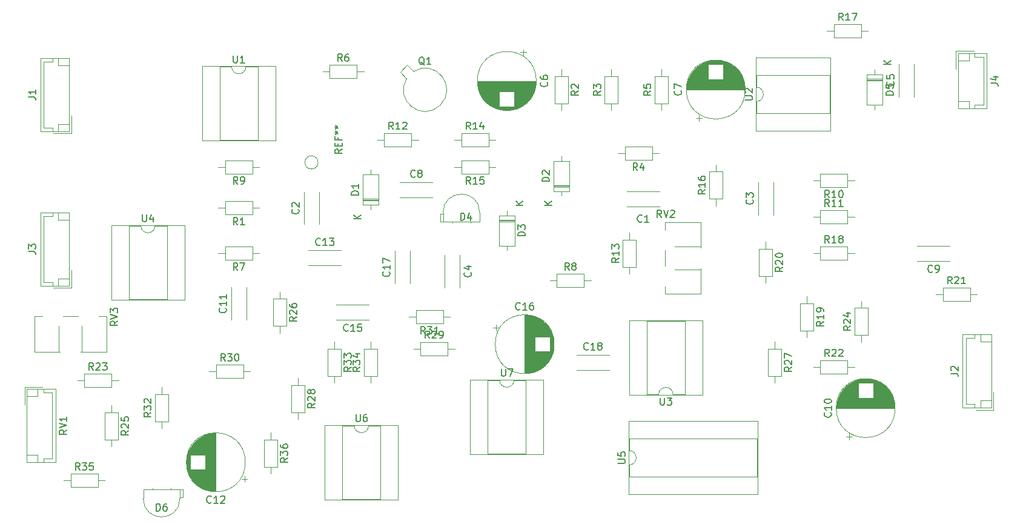
<source format=gbr>
G04 #@! TF.GenerationSoftware,KiCad,Pcbnew,(5.1.8-0-10_14)*
G04 #@! TF.CreationDate,2020-12-01T12:54:20-05:00*
G04 #@! TF.ProjectId,Rockman Chorus ver 2.0,526f636b-6d61-46e2-9043-686f72757320,rev?*
G04 #@! TF.SameCoordinates,Original*
G04 #@! TF.FileFunction,Legend,Top*
G04 #@! TF.FilePolarity,Positive*
%FSLAX46Y46*%
G04 Gerber Fmt 4.6, Leading zero omitted, Abs format (unit mm)*
G04 Created by KiCad (PCBNEW (5.1.8-0-10_14)) date 2020-12-01 12:54:20*
%MOMM*%
%LPD*%
G01*
G04 APERTURE LIST*
%ADD10C,0.120000*%
%ADD11C,0.150000*%
G04 APERTURE END LIST*
D10*
X81300000Y-45145000D02*
X81280000Y-43815000D01*
X76180000Y-45145000D02*
X76180000Y-43815000D01*
X81300000Y-45145000D02*
X76180000Y-45145000D01*
X75780000Y-45145000D02*
X75780000Y-44025000D01*
X75780000Y-44025000D02*
X76180000Y-44025000D01*
X76180000Y-44025000D02*
X76180000Y-45145000D01*
X76180000Y-45145000D02*
X75780000Y-45145000D01*
X80010000Y-45275000D02*
X80010000Y-45145000D01*
X80010000Y-45145000D02*
X80010000Y-45145000D01*
X80010000Y-45145000D02*
X80010000Y-45275000D01*
X80010000Y-45275000D02*
X80010000Y-45275000D01*
X77470000Y-45275000D02*
X77470000Y-45145000D01*
X77470000Y-45145000D02*
X77470000Y-45145000D01*
X77470000Y-45145000D02*
X77470000Y-45275000D01*
X77470000Y-45275000D02*
X77470000Y-45275000D01*
X76180000Y-43815000D02*
G75*
G02*
X81300000Y-43815000I2560000J0D01*
G01*
X38100000Y-82360000D02*
X38100000Y-82360000D01*
X38100000Y-82490000D02*
X38100000Y-82360000D01*
X38100000Y-82490000D02*
X38100000Y-82490000D01*
X38100000Y-82360000D02*
X38100000Y-82490000D01*
X35560000Y-82360000D02*
X35560000Y-82360000D01*
X35560000Y-82490000D02*
X35560000Y-82360000D01*
X35560000Y-82490000D02*
X35560000Y-82490000D01*
X35560000Y-82360000D02*
X35560000Y-82490000D01*
X39390000Y-82490000D02*
X39790000Y-82490000D01*
X39390000Y-83610000D02*
X39390000Y-82490000D01*
X39790000Y-83610000D02*
X39390000Y-83610000D01*
X39790000Y-82490000D02*
X39790000Y-83610000D01*
X34270000Y-82490000D02*
X39390000Y-82490000D01*
X39390000Y-82490000D02*
X39390000Y-83820000D01*
X34270000Y-82490000D02*
X34290000Y-83820000D01*
X39390000Y-83820000D02*
G75*
G02*
X34270000Y-83820000I-2560000J0D01*
G01*
X78725000Y-32735000D02*
X78725000Y-34575000D01*
X78725000Y-34575000D02*
X82565000Y-34575000D01*
X82565000Y-34575000D02*
X82565000Y-32735000D01*
X82565000Y-32735000D02*
X78725000Y-32735000D01*
X77775000Y-33655000D02*
X78725000Y-33655000D01*
X83515000Y-33655000D02*
X82565000Y-33655000D01*
X107194000Y-45184000D02*
X112235000Y-45184000D01*
X107194000Y-55225000D02*
X112235000Y-55225000D01*
X112235000Y-45184000D02*
X112235000Y-48780000D01*
X112235000Y-51630000D02*
X112235000Y-55225000D01*
X107194000Y-54130000D02*
X107194000Y-55225000D01*
X107194000Y-45184000D02*
X107194000Y-46279000D01*
X107194000Y-49131000D02*
X107194000Y-51280000D01*
X108552000Y-48585000D02*
X112235000Y-48585000D01*
X108552000Y-51825000D02*
X112235000Y-51825000D01*
X107194000Y-49131000D02*
X107194000Y-51280000D01*
X112235000Y-48585000D02*
X112235000Y-48780000D01*
X112235000Y-51630000D02*
X112235000Y-51825000D01*
X29111000Y-58299000D02*
X29111000Y-63340000D01*
X19070000Y-58299000D02*
X19070000Y-63340000D01*
X29111000Y-63340000D02*
X25515000Y-63340000D01*
X22665000Y-63340000D02*
X19070000Y-63340000D01*
X20165000Y-58299000D02*
X19070000Y-58299000D01*
X29111000Y-58299000D02*
X28016000Y-58299000D01*
X25164000Y-58299000D02*
X23015000Y-58299000D01*
X25710000Y-59657000D02*
X25710000Y-63340000D01*
X22470000Y-59657000D02*
X22470000Y-63340000D01*
X25164000Y-58299000D02*
X23015000Y-58299000D01*
X25710000Y-63340000D02*
X25515000Y-63340000D01*
X22665000Y-63340000D02*
X22470000Y-63340000D01*
X58705000Y-36830000D02*
G75*
G03*
X58705000Y-36830000I-920000J0D01*
G01*
X123475000Y-62850000D02*
X121635000Y-62850000D01*
X121635000Y-62850000D02*
X121635000Y-66690000D01*
X121635000Y-66690000D02*
X123475000Y-66690000D01*
X123475000Y-66690000D02*
X123475000Y-62850000D01*
X122555000Y-61900000D02*
X122555000Y-62850000D01*
X122555000Y-67640000D02*
X122555000Y-66690000D01*
X48530000Y-78740000D02*
G75*
G03*
X48530000Y-78740000I-4120000J0D01*
G01*
X44410000Y-82820000D02*
X44410000Y-74660000D01*
X44370000Y-82820000D02*
X44370000Y-74660000D01*
X44330000Y-82820000D02*
X44330000Y-74660000D01*
X44290000Y-82819000D02*
X44290000Y-74661000D01*
X44250000Y-82817000D02*
X44250000Y-74663000D01*
X44210000Y-82816000D02*
X44210000Y-74664000D01*
X44170000Y-82814000D02*
X44170000Y-74666000D01*
X44130000Y-82811000D02*
X44130000Y-74669000D01*
X44090000Y-82808000D02*
X44090000Y-74672000D01*
X44050000Y-82805000D02*
X44050000Y-74675000D01*
X44010000Y-82801000D02*
X44010000Y-74679000D01*
X43970000Y-82797000D02*
X43970000Y-74683000D01*
X43930000Y-82792000D02*
X43930000Y-74688000D01*
X43890000Y-82788000D02*
X43890000Y-74692000D01*
X43850000Y-82782000D02*
X43850000Y-74698000D01*
X43810000Y-82777000D02*
X43810000Y-74703000D01*
X43770000Y-82770000D02*
X43770000Y-74710000D01*
X43730000Y-82764000D02*
X43730000Y-74716000D01*
X43689000Y-82757000D02*
X43689000Y-74723000D01*
X43649000Y-82750000D02*
X43649000Y-74730000D01*
X43609000Y-82742000D02*
X43609000Y-74738000D01*
X43569000Y-82734000D02*
X43569000Y-74746000D01*
X43529000Y-82725000D02*
X43529000Y-74755000D01*
X43489000Y-82716000D02*
X43489000Y-74764000D01*
X43449000Y-82707000D02*
X43449000Y-74773000D01*
X43409000Y-82697000D02*
X43409000Y-74783000D01*
X43369000Y-82687000D02*
X43369000Y-74793000D01*
X43329000Y-82676000D02*
X43329000Y-74804000D01*
X43289000Y-82665000D02*
X43289000Y-74815000D01*
X43249000Y-82654000D02*
X43249000Y-74826000D01*
X43209000Y-82642000D02*
X43209000Y-74838000D01*
X43169000Y-82629000D02*
X43169000Y-74851000D01*
X43129000Y-82617000D02*
X43129000Y-74863000D01*
X43089000Y-82603000D02*
X43089000Y-74877000D01*
X43049000Y-82590000D02*
X43049000Y-74890000D01*
X43009000Y-82575000D02*
X43009000Y-74905000D01*
X42969000Y-82561000D02*
X42969000Y-74919000D01*
X42929000Y-82545000D02*
X42929000Y-79780000D01*
X42929000Y-77700000D02*
X42929000Y-74935000D01*
X42889000Y-82530000D02*
X42889000Y-79780000D01*
X42889000Y-77700000D02*
X42889000Y-74950000D01*
X42849000Y-82514000D02*
X42849000Y-79780000D01*
X42849000Y-77700000D02*
X42849000Y-74966000D01*
X42809000Y-82497000D02*
X42809000Y-79780000D01*
X42809000Y-77700000D02*
X42809000Y-74983000D01*
X42769000Y-82480000D02*
X42769000Y-79780000D01*
X42769000Y-77700000D02*
X42769000Y-75000000D01*
X42729000Y-82462000D02*
X42729000Y-79780000D01*
X42729000Y-77700000D02*
X42729000Y-75018000D01*
X42689000Y-82444000D02*
X42689000Y-79780000D01*
X42689000Y-77700000D02*
X42689000Y-75036000D01*
X42649000Y-82426000D02*
X42649000Y-79780000D01*
X42649000Y-77700000D02*
X42649000Y-75054000D01*
X42609000Y-82406000D02*
X42609000Y-79780000D01*
X42609000Y-77700000D02*
X42609000Y-75074000D01*
X42569000Y-82387000D02*
X42569000Y-79780000D01*
X42569000Y-77700000D02*
X42569000Y-75093000D01*
X42529000Y-82367000D02*
X42529000Y-79780000D01*
X42529000Y-77700000D02*
X42529000Y-75113000D01*
X42489000Y-82346000D02*
X42489000Y-79780000D01*
X42489000Y-77700000D02*
X42489000Y-75134000D01*
X42449000Y-82324000D02*
X42449000Y-79780000D01*
X42449000Y-77700000D02*
X42449000Y-75156000D01*
X42409000Y-82302000D02*
X42409000Y-79780000D01*
X42409000Y-77700000D02*
X42409000Y-75178000D01*
X42369000Y-82280000D02*
X42369000Y-79780000D01*
X42369000Y-77700000D02*
X42369000Y-75200000D01*
X42329000Y-82257000D02*
X42329000Y-79780000D01*
X42329000Y-77700000D02*
X42329000Y-75223000D01*
X42289000Y-82233000D02*
X42289000Y-79780000D01*
X42289000Y-77700000D02*
X42289000Y-75247000D01*
X42249000Y-82209000D02*
X42249000Y-79780000D01*
X42249000Y-77700000D02*
X42249000Y-75271000D01*
X42209000Y-82184000D02*
X42209000Y-79780000D01*
X42209000Y-77700000D02*
X42209000Y-75296000D01*
X42169000Y-82158000D02*
X42169000Y-79780000D01*
X42169000Y-77700000D02*
X42169000Y-75322000D01*
X42129000Y-82132000D02*
X42129000Y-79780000D01*
X42129000Y-77700000D02*
X42129000Y-75348000D01*
X42089000Y-82105000D02*
X42089000Y-79780000D01*
X42089000Y-77700000D02*
X42089000Y-75375000D01*
X42049000Y-82078000D02*
X42049000Y-79780000D01*
X42049000Y-77700000D02*
X42049000Y-75402000D01*
X42009000Y-82049000D02*
X42009000Y-79780000D01*
X42009000Y-77700000D02*
X42009000Y-75431000D01*
X41969000Y-82020000D02*
X41969000Y-79780000D01*
X41969000Y-77700000D02*
X41969000Y-75460000D01*
X41929000Y-81990000D02*
X41929000Y-79780000D01*
X41929000Y-77700000D02*
X41929000Y-75490000D01*
X41889000Y-81960000D02*
X41889000Y-79780000D01*
X41889000Y-77700000D02*
X41889000Y-75520000D01*
X41849000Y-81929000D02*
X41849000Y-79780000D01*
X41849000Y-77700000D02*
X41849000Y-75551000D01*
X41809000Y-81896000D02*
X41809000Y-79780000D01*
X41809000Y-77700000D02*
X41809000Y-75584000D01*
X41769000Y-81864000D02*
X41769000Y-79780000D01*
X41769000Y-77700000D02*
X41769000Y-75616000D01*
X41729000Y-81830000D02*
X41729000Y-79780000D01*
X41729000Y-77700000D02*
X41729000Y-75650000D01*
X41689000Y-81795000D02*
X41689000Y-79780000D01*
X41689000Y-77700000D02*
X41689000Y-75685000D01*
X41649000Y-81759000D02*
X41649000Y-79780000D01*
X41649000Y-77700000D02*
X41649000Y-75721000D01*
X41609000Y-81723000D02*
X41609000Y-79780000D01*
X41609000Y-77700000D02*
X41609000Y-75757000D01*
X41569000Y-81685000D02*
X41569000Y-79780000D01*
X41569000Y-77700000D02*
X41569000Y-75795000D01*
X41529000Y-81647000D02*
X41529000Y-79780000D01*
X41529000Y-77700000D02*
X41529000Y-75833000D01*
X41489000Y-81607000D02*
X41489000Y-79780000D01*
X41489000Y-77700000D02*
X41489000Y-75873000D01*
X41449000Y-81566000D02*
X41449000Y-79780000D01*
X41449000Y-77700000D02*
X41449000Y-75914000D01*
X41409000Y-81524000D02*
X41409000Y-79780000D01*
X41409000Y-77700000D02*
X41409000Y-75956000D01*
X41369000Y-81481000D02*
X41369000Y-79780000D01*
X41369000Y-77700000D02*
X41369000Y-75999000D01*
X41329000Y-81437000D02*
X41329000Y-79780000D01*
X41329000Y-77700000D02*
X41329000Y-76043000D01*
X41289000Y-81391000D02*
X41289000Y-79780000D01*
X41289000Y-77700000D02*
X41289000Y-76089000D01*
X41249000Y-81344000D02*
X41249000Y-79780000D01*
X41249000Y-77700000D02*
X41249000Y-76136000D01*
X41209000Y-81296000D02*
X41209000Y-79780000D01*
X41209000Y-77700000D02*
X41209000Y-76184000D01*
X41169000Y-81245000D02*
X41169000Y-79780000D01*
X41169000Y-77700000D02*
X41169000Y-76235000D01*
X41129000Y-81194000D02*
X41129000Y-79780000D01*
X41129000Y-77700000D02*
X41129000Y-76286000D01*
X41089000Y-81140000D02*
X41089000Y-79780000D01*
X41089000Y-77700000D02*
X41089000Y-76340000D01*
X41049000Y-81085000D02*
X41049000Y-79780000D01*
X41049000Y-77700000D02*
X41049000Y-76395000D01*
X41009000Y-81027000D02*
X41009000Y-79780000D01*
X41009000Y-77700000D02*
X41009000Y-76453000D01*
X40969000Y-80968000D02*
X40969000Y-79780000D01*
X40969000Y-77700000D02*
X40969000Y-76512000D01*
X40929000Y-80906000D02*
X40929000Y-79780000D01*
X40929000Y-77700000D02*
X40929000Y-76574000D01*
X40889000Y-80842000D02*
X40889000Y-79780000D01*
X40889000Y-77700000D02*
X40889000Y-76638000D01*
X40849000Y-80774000D02*
X40849000Y-76706000D01*
X40809000Y-80704000D02*
X40809000Y-76776000D01*
X40769000Y-80630000D02*
X40769000Y-76850000D01*
X40729000Y-80553000D02*
X40729000Y-76927000D01*
X40689000Y-80471000D02*
X40689000Y-77009000D01*
X40649000Y-80385000D02*
X40649000Y-77095000D01*
X40609000Y-80292000D02*
X40609000Y-77188000D01*
X40569000Y-80193000D02*
X40569000Y-77287000D01*
X40529000Y-80086000D02*
X40529000Y-77394000D01*
X40489000Y-79969000D02*
X40489000Y-77511000D01*
X40449000Y-79838000D02*
X40449000Y-77642000D01*
X40409000Y-79688000D02*
X40409000Y-77792000D01*
X40369000Y-79508000D02*
X40369000Y-77972000D01*
X40329000Y-79273000D02*
X40329000Y-78207000D01*
X48819698Y-81055000D02*
X48019698Y-81055000D01*
X48419698Y-81455000D02*
X48419698Y-80655000D01*
X148785000Y-71110000D02*
X152805000Y-71110000D01*
X152805000Y-71110000D02*
X152805000Y-60890000D01*
X152805000Y-60890000D02*
X148785000Y-60890000D01*
X148785000Y-60890000D02*
X148785000Y-71110000D01*
X150495000Y-71110000D02*
X150495000Y-70610000D01*
X150495000Y-70610000D02*
X149285000Y-70610000D01*
X149285000Y-70610000D02*
X149285000Y-61390000D01*
X149285000Y-61390000D02*
X150495000Y-61390000D01*
X150495000Y-61390000D02*
X150495000Y-60890000D01*
X151305000Y-71110000D02*
X151305000Y-70110000D01*
X151305000Y-70110000D02*
X152805000Y-70110000D01*
X151305000Y-60890000D02*
X151305000Y-61890000D01*
X151305000Y-61890000D02*
X152805000Y-61890000D01*
X150605000Y-71410000D02*
X153105000Y-71410000D01*
X153105000Y-71410000D02*
X153105000Y-68910000D01*
X108315000Y-69275000D02*
X109965000Y-69275000D01*
X109965000Y-69275000D02*
X109965000Y-58995000D01*
X109965000Y-58995000D02*
X104665000Y-58995000D01*
X104665000Y-58995000D02*
X104665000Y-69275000D01*
X104665000Y-69275000D02*
X106315000Y-69275000D01*
X112455000Y-69335000D02*
X112455000Y-58935000D01*
X112455000Y-58935000D02*
X102175000Y-58935000D01*
X102175000Y-58935000D02*
X102175000Y-69335000D01*
X102175000Y-69335000D02*
X112455000Y-69335000D01*
X106315000Y-69275000D02*
G75*
G02*
X108315000Y-69275000I1000000J0D01*
G01*
X102175000Y-79105000D02*
X102175000Y-80755000D01*
X102175000Y-80755000D02*
X120075000Y-80755000D01*
X120075000Y-80755000D02*
X120075000Y-75455000D01*
X120075000Y-75455000D02*
X102175000Y-75455000D01*
X102175000Y-75455000D02*
X102175000Y-77105000D01*
X102115000Y-83245000D02*
X120135000Y-83245000D01*
X120135000Y-83245000D02*
X120135000Y-72965000D01*
X120135000Y-72965000D02*
X102115000Y-72965000D01*
X102115000Y-72965000D02*
X102115000Y-83245000D01*
X102175000Y-77105000D02*
G75*
G02*
X102175000Y-79105000I0J-1000000D01*
G01*
X46625000Y-23435000D02*
X44975000Y-23435000D01*
X44975000Y-23435000D02*
X44975000Y-33715000D01*
X44975000Y-33715000D02*
X50275000Y-33715000D01*
X50275000Y-33715000D02*
X50275000Y-23435000D01*
X50275000Y-23435000D02*
X48625000Y-23435000D01*
X42485000Y-23375000D02*
X42485000Y-33775000D01*
X42485000Y-33775000D02*
X52765000Y-33775000D01*
X52765000Y-33775000D02*
X52765000Y-23375000D01*
X52765000Y-23375000D02*
X42485000Y-23375000D01*
X48625000Y-23435000D02*
G75*
G02*
X46625000Y-23435000I-1000000J0D01*
G01*
X119955000Y-28305000D02*
X119955000Y-29955000D01*
X119955000Y-29955000D02*
X130235000Y-29955000D01*
X130235000Y-29955000D02*
X130235000Y-24655000D01*
X130235000Y-24655000D02*
X119955000Y-24655000D01*
X119955000Y-24655000D02*
X119955000Y-26305000D01*
X119895000Y-32445000D02*
X130295000Y-32445000D01*
X130295000Y-32445000D02*
X130295000Y-22165000D01*
X130295000Y-22165000D02*
X119895000Y-22165000D01*
X119895000Y-22165000D02*
X119895000Y-32445000D01*
X119955000Y-26305000D02*
G75*
G02*
X119955000Y-28305000I0J-1000000D01*
G01*
X106410000Y-42980000D02*
X101870000Y-42980000D01*
X106410000Y-40840000D02*
X101870000Y-40840000D01*
X106410000Y-42980000D02*
X106410000Y-42965000D01*
X106410000Y-40855000D02*
X106410000Y-40840000D01*
X101870000Y-42980000D02*
X101870000Y-42965000D01*
X101870000Y-40855000D02*
X101870000Y-40840000D01*
X70160000Y-39570000D02*
X74700000Y-39570000D01*
X70160000Y-41710000D02*
X74700000Y-41710000D01*
X70160000Y-39570000D02*
X70160000Y-39585000D01*
X70160000Y-41695000D02*
X70160000Y-41710000D01*
X74700000Y-39570000D02*
X74700000Y-39585000D01*
X74700000Y-41695000D02*
X74700000Y-41710000D01*
X84090000Y-67250000D02*
X82440000Y-67250000D01*
X82440000Y-67250000D02*
X82440000Y-77530000D01*
X82440000Y-77530000D02*
X87740000Y-77530000D01*
X87740000Y-77530000D02*
X87740000Y-67250000D01*
X87740000Y-67250000D02*
X86090000Y-67250000D01*
X79950000Y-67190000D02*
X79950000Y-77590000D01*
X79950000Y-77590000D02*
X90230000Y-77590000D01*
X90230000Y-77590000D02*
X90230000Y-67190000D01*
X90230000Y-67190000D02*
X79950000Y-67190000D01*
X86090000Y-67250000D02*
G75*
G02*
X84090000Y-67250000I-1000000J0D01*
G01*
X63770000Y-73600000D02*
X62120000Y-73600000D01*
X62120000Y-73600000D02*
X62120000Y-83880000D01*
X62120000Y-83880000D02*
X67420000Y-83880000D01*
X67420000Y-83880000D02*
X67420000Y-73600000D01*
X67420000Y-73600000D02*
X65770000Y-73600000D01*
X59630000Y-73540000D02*
X59630000Y-83940000D01*
X59630000Y-83940000D02*
X69910000Y-83940000D01*
X69910000Y-83940000D02*
X69910000Y-73540000D01*
X69910000Y-73540000D02*
X59630000Y-73540000D01*
X65770000Y-73600000D02*
G75*
G02*
X63770000Y-73600000I-1000000J0D01*
G01*
X33925000Y-45660000D02*
X32275000Y-45660000D01*
X32275000Y-45660000D02*
X32275000Y-55940000D01*
X32275000Y-55940000D02*
X37575000Y-55940000D01*
X37575000Y-55940000D02*
X37575000Y-45660000D01*
X37575000Y-45660000D02*
X35925000Y-45660000D01*
X29785000Y-45600000D02*
X29785000Y-56000000D01*
X29785000Y-56000000D02*
X40065000Y-56000000D01*
X40065000Y-56000000D02*
X40065000Y-45600000D01*
X40065000Y-45600000D02*
X29785000Y-45600000D01*
X35925000Y-45660000D02*
G75*
G02*
X33925000Y-45660000I-1000000J0D01*
G01*
X22030000Y-68510000D02*
X18010000Y-68510000D01*
X18010000Y-68510000D02*
X18010000Y-78730000D01*
X18010000Y-78730000D02*
X22030000Y-78730000D01*
X22030000Y-78730000D02*
X22030000Y-68510000D01*
X20320000Y-68510000D02*
X20320000Y-69010000D01*
X20320000Y-69010000D02*
X21530000Y-69010000D01*
X21530000Y-69010000D02*
X21530000Y-78230000D01*
X21530000Y-78230000D02*
X20320000Y-78230000D01*
X20320000Y-78230000D02*
X20320000Y-78730000D01*
X19510000Y-68510000D02*
X19510000Y-69510000D01*
X19510000Y-69510000D02*
X18010000Y-69510000D01*
X19510000Y-78730000D02*
X19510000Y-77730000D01*
X19510000Y-77730000D02*
X18010000Y-77730000D01*
X20210000Y-68210000D02*
X17710000Y-68210000D01*
X17710000Y-68210000D02*
X17710000Y-70710000D01*
X52990000Y-75550000D02*
X51150000Y-75550000D01*
X51150000Y-75550000D02*
X51150000Y-79390000D01*
X51150000Y-79390000D02*
X52990000Y-79390000D01*
X52990000Y-79390000D02*
X52990000Y-75550000D01*
X52070000Y-74600000D02*
X52070000Y-75550000D01*
X52070000Y-80340000D02*
X52070000Y-79390000D01*
X24115000Y-80360000D02*
X24115000Y-82200000D01*
X24115000Y-82200000D02*
X27955000Y-82200000D01*
X27955000Y-82200000D02*
X27955000Y-80360000D01*
X27955000Y-80360000D02*
X24115000Y-80360000D01*
X23165000Y-81280000D02*
X24115000Y-81280000D01*
X28905000Y-81280000D02*
X27955000Y-81280000D01*
X65120000Y-66690000D02*
X66960000Y-66690000D01*
X66960000Y-66690000D02*
X66960000Y-62850000D01*
X66960000Y-62850000D02*
X65120000Y-62850000D01*
X65120000Y-62850000D02*
X65120000Y-66690000D01*
X66040000Y-67640000D02*
X66040000Y-66690000D01*
X66040000Y-61900000D02*
X66040000Y-62850000D01*
X61880000Y-62850000D02*
X60040000Y-62850000D01*
X60040000Y-62850000D02*
X60040000Y-66690000D01*
X60040000Y-66690000D02*
X61880000Y-66690000D01*
X61880000Y-66690000D02*
X61880000Y-62850000D01*
X60960000Y-61900000D02*
X60960000Y-62850000D01*
X60960000Y-67640000D02*
X60960000Y-66690000D01*
X35910000Y-73040000D02*
X37750000Y-73040000D01*
X37750000Y-73040000D02*
X37750000Y-69200000D01*
X37750000Y-69200000D02*
X35910000Y-69200000D01*
X35910000Y-69200000D02*
X35910000Y-73040000D01*
X36830000Y-73990000D02*
X36830000Y-73040000D01*
X36830000Y-68250000D02*
X36830000Y-69200000D01*
X76215000Y-59340000D02*
X76215000Y-57500000D01*
X76215000Y-57500000D02*
X72375000Y-57500000D01*
X72375000Y-57500000D02*
X72375000Y-59340000D01*
X72375000Y-59340000D02*
X76215000Y-59340000D01*
X77165000Y-58420000D02*
X76215000Y-58420000D01*
X71425000Y-58420000D02*
X72375000Y-58420000D01*
X44435000Y-65120000D02*
X44435000Y-66960000D01*
X44435000Y-66960000D02*
X48275000Y-66960000D01*
X48275000Y-66960000D02*
X48275000Y-65120000D01*
X48275000Y-65120000D02*
X44435000Y-65120000D01*
X43485000Y-66040000D02*
X44435000Y-66040000D01*
X49225000Y-66040000D02*
X48275000Y-66040000D01*
X73010000Y-61945000D02*
X73010000Y-63785000D01*
X73010000Y-63785000D02*
X76850000Y-63785000D01*
X76850000Y-63785000D02*
X76850000Y-61945000D01*
X76850000Y-61945000D02*
X73010000Y-61945000D01*
X72060000Y-62865000D02*
X73010000Y-62865000D01*
X77800000Y-62865000D02*
X76850000Y-62865000D01*
X56800000Y-67930000D02*
X54960000Y-67930000D01*
X54960000Y-67930000D02*
X54960000Y-71770000D01*
X54960000Y-71770000D02*
X56800000Y-71770000D01*
X56800000Y-71770000D02*
X56800000Y-67930000D01*
X55880000Y-66980000D02*
X55880000Y-67930000D01*
X55880000Y-72720000D02*
X55880000Y-71770000D01*
X54260000Y-55865000D02*
X52420000Y-55865000D01*
X52420000Y-55865000D02*
X52420000Y-59705000D01*
X52420000Y-59705000D02*
X54260000Y-59705000D01*
X54260000Y-59705000D02*
X54260000Y-55865000D01*
X53340000Y-54915000D02*
X53340000Y-55865000D01*
X53340000Y-60655000D02*
X53340000Y-59705000D01*
X30765000Y-71740000D02*
X28925000Y-71740000D01*
X28925000Y-71740000D02*
X28925000Y-75580000D01*
X28925000Y-75580000D02*
X30765000Y-75580000D01*
X30765000Y-75580000D02*
X30765000Y-71740000D01*
X29845000Y-70790000D02*
X29845000Y-71740000D01*
X29845000Y-76530000D02*
X29845000Y-75580000D01*
X133700000Y-60975000D02*
X135540000Y-60975000D01*
X135540000Y-60975000D02*
X135540000Y-57135000D01*
X135540000Y-57135000D02*
X133700000Y-57135000D01*
X133700000Y-57135000D02*
X133700000Y-60975000D01*
X134620000Y-61925000D02*
X134620000Y-60975000D01*
X134620000Y-56185000D02*
X134620000Y-57135000D01*
X26020000Y-66390000D02*
X26020000Y-68230000D01*
X26020000Y-68230000D02*
X29860000Y-68230000D01*
X29860000Y-68230000D02*
X29860000Y-66390000D01*
X29860000Y-66390000D02*
X26020000Y-66390000D01*
X25070000Y-67310000D02*
X26020000Y-67310000D01*
X30810000Y-67310000D02*
X29860000Y-67310000D01*
X128890000Y-64485000D02*
X128890000Y-66325000D01*
X128890000Y-66325000D02*
X132730000Y-66325000D01*
X132730000Y-66325000D02*
X132730000Y-64485000D01*
X132730000Y-64485000D02*
X128890000Y-64485000D01*
X127940000Y-65405000D02*
X128890000Y-65405000D01*
X133680000Y-65405000D02*
X132730000Y-65405000D01*
X146035000Y-54325000D02*
X146035000Y-56165000D01*
X146035000Y-56165000D02*
X149875000Y-56165000D01*
X149875000Y-56165000D02*
X149875000Y-54325000D01*
X149875000Y-54325000D02*
X146035000Y-54325000D01*
X145085000Y-55245000D02*
X146035000Y-55245000D01*
X150825000Y-55245000D02*
X149875000Y-55245000D01*
X122205000Y-48880000D02*
X120365000Y-48880000D01*
X120365000Y-48880000D02*
X120365000Y-52720000D01*
X120365000Y-52720000D02*
X122205000Y-52720000D01*
X122205000Y-52720000D02*
X122205000Y-48880000D01*
X121285000Y-47930000D02*
X121285000Y-48880000D01*
X121285000Y-53670000D02*
X121285000Y-52720000D01*
X127920000Y-56500000D02*
X126080000Y-56500000D01*
X126080000Y-56500000D02*
X126080000Y-60340000D01*
X126080000Y-60340000D02*
X127920000Y-60340000D01*
X127920000Y-60340000D02*
X127920000Y-56500000D01*
X127000000Y-55550000D02*
X127000000Y-56500000D01*
X127000000Y-61290000D02*
X127000000Y-60340000D01*
X128890000Y-48610000D02*
X128890000Y-50450000D01*
X128890000Y-50450000D02*
X132730000Y-50450000D01*
X132730000Y-50450000D02*
X132730000Y-48610000D01*
X132730000Y-48610000D02*
X128890000Y-48610000D01*
X127940000Y-49530000D02*
X128890000Y-49530000D01*
X133680000Y-49530000D02*
X132730000Y-49530000D01*
X130795000Y-17495000D02*
X130795000Y-19335000D01*
X130795000Y-19335000D02*
X134635000Y-19335000D01*
X134635000Y-19335000D02*
X134635000Y-17495000D01*
X134635000Y-17495000D02*
X130795000Y-17495000D01*
X129845000Y-18415000D02*
X130795000Y-18415000D01*
X135585000Y-18415000D02*
X134635000Y-18415000D01*
X113380000Y-41925000D02*
X115220000Y-41925000D01*
X115220000Y-41925000D02*
X115220000Y-38085000D01*
X115220000Y-38085000D02*
X113380000Y-38085000D01*
X113380000Y-38085000D02*
X113380000Y-41925000D01*
X114300000Y-42875000D02*
X114300000Y-41925000D01*
X114300000Y-37135000D02*
X114300000Y-38085000D01*
X82565000Y-38385000D02*
X82565000Y-36545000D01*
X82565000Y-36545000D02*
X78725000Y-36545000D01*
X78725000Y-36545000D02*
X78725000Y-38385000D01*
X78725000Y-38385000D02*
X82565000Y-38385000D01*
X83515000Y-37465000D02*
X82565000Y-37465000D01*
X77775000Y-37465000D02*
X78725000Y-37465000D01*
X101315000Y-51450000D02*
X103155000Y-51450000D01*
X103155000Y-51450000D02*
X103155000Y-47610000D01*
X103155000Y-47610000D02*
X101315000Y-47610000D01*
X101315000Y-47610000D02*
X101315000Y-51450000D01*
X102235000Y-52400000D02*
X102235000Y-51450000D01*
X102235000Y-46660000D02*
X102235000Y-47610000D01*
X67930000Y-32735000D02*
X67930000Y-34575000D01*
X67930000Y-34575000D02*
X71770000Y-34575000D01*
X71770000Y-34575000D02*
X71770000Y-32735000D01*
X71770000Y-32735000D02*
X67930000Y-32735000D01*
X66980000Y-33655000D02*
X67930000Y-33655000D01*
X72720000Y-33655000D02*
X71770000Y-33655000D01*
X128890000Y-43530000D02*
X128890000Y-45370000D01*
X128890000Y-45370000D02*
X132730000Y-45370000D01*
X132730000Y-45370000D02*
X132730000Y-43530000D01*
X132730000Y-43530000D02*
X128890000Y-43530000D01*
X127940000Y-44450000D02*
X128890000Y-44450000D01*
X133680000Y-44450000D02*
X132730000Y-44450000D01*
X132730000Y-40290000D02*
X132730000Y-38450000D01*
X132730000Y-38450000D02*
X128890000Y-38450000D01*
X128890000Y-38450000D02*
X128890000Y-40290000D01*
X128890000Y-40290000D02*
X132730000Y-40290000D01*
X133680000Y-39370000D02*
X132730000Y-39370000D01*
X127940000Y-39370000D02*
X128890000Y-39370000D01*
X49545000Y-38385000D02*
X49545000Y-36545000D01*
X49545000Y-36545000D02*
X45705000Y-36545000D01*
X45705000Y-36545000D02*
X45705000Y-38385000D01*
X45705000Y-38385000D02*
X49545000Y-38385000D01*
X50495000Y-37465000D02*
X49545000Y-37465000D01*
X44755000Y-37465000D02*
X45705000Y-37465000D01*
X92060000Y-52420000D02*
X92060000Y-54260000D01*
X92060000Y-54260000D02*
X95900000Y-54260000D01*
X95900000Y-54260000D02*
X95900000Y-52420000D01*
X95900000Y-52420000D02*
X92060000Y-52420000D01*
X91110000Y-53340000D02*
X92060000Y-53340000D01*
X96850000Y-53340000D02*
X95900000Y-53340000D01*
X49545000Y-50450000D02*
X49545000Y-48610000D01*
X49545000Y-48610000D02*
X45705000Y-48610000D01*
X45705000Y-48610000D02*
X45705000Y-50450000D01*
X45705000Y-50450000D02*
X49545000Y-50450000D01*
X50495000Y-49530000D02*
X49545000Y-49530000D01*
X44755000Y-49530000D02*
X45705000Y-49530000D01*
X60310000Y-23210000D02*
X60310000Y-25050000D01*
X60310000Y-25050000D02*
X64150000Y-25050000D01*
X64150000Y-25050000D02*
X64150000Y-23210000D01*
X64150000Y-23210000D02*
X60310000Y-23210000D01*
X59360000Y-24130000D02*
X60310000Y-24130000D01*
X65100000Y-24130000D02*
X64150000Y-24130000D01*
X105760000Y-28590000D02*
X107600000Y-28590000D01*
X107600000Y-28590000D02*
X107600000Y-24750000D01*
X107600000Y-24750000D02*
X105760000Y-24750000D01*
X105760000Y-24750000D02*
X105760000Y-28590000D01*
X106680000Y-29540000D02*
X106680000Y-28590000D01*
X106680000Y-23800000D02*
X106680000Y-24750000D01*
X105425000Y-36480000D02*
X105425000Y-34640000D01*
X105425000Y-34640000D02*
X101585000Y-34640000D01*
X101585000Y-34640000D02*
X101585000Y-36480000D01*
X101585000Y-36480000D02*
X105425000Y-36480000D01*
X106375000Y-35560000D02*
X105425000Y-35560000D01*
X100635000Y-35560000D02*
X101585000Y-35560000D01*
X98775000Y-28590000D02*
X100615000Y-28590000D01*
X100615000Y-28590000D02*
X100615000Y-24750000D01*
X100615000Y-24750000D02*
X98775000Y-24750000D01*
X98775000Y-24750000D02*
X98775000Y-28590000D01*
X99695000Y-29540000D02*
X99695000Y-28590000D01*
X99695000Y-23800000D02*
X99695000Y-24750000D01*
X93630000Y-24750000D02*
X91790000Y-24750000D01*
X91790000Y-24750000D02*
X91790000Y-28590000D01*
X91790000Y-28590000D02*
X93630000Y-28590000D01*
X93630000Y-28590000D02*
X93630000Y-24750000D01*
X92710000Y-23800000D02*
X92710000Y-24750000D01*
X92710000Y-29540000D02*
X92710000Y-28590000D01*
X49545000Y-44100000D02*
X49545000Y-42260000D01*
X49545000Y-42260000D02*
X45705000Y-42260000D01*
X45705000Y-42260000D02*
X45705000Y-44100000D01*
X45705000Y-44100000D02*
X49545000Y-44100000D01*
X50495000Y-43180000D02*
X49545000Y-43180000D01*
X44755000Y-43180000D02*
X45705000Y-43180000D01*
X72077669Y-24097719D02*
X71165501Y-23185552D01*
X71165501Y-23185552D02*
X70175552Y-24175501D01*
X70175552Y-24175501D02*
X71087719Y-25087669D01*
X71087850Y-25087456D02*
G75*
G03*
X72077669Y-24097719I2572150J-1582544D01*
G01*
X152205000Y-21560000D02*
X148185000Y-21560000D01*
X148185000Y-21560000D02*
X148185000Y-29280000D01*
X148185000Y-29280000D02*
X152205000Y-29280000D01*
X152205000Y-29280000D02*
X152205000Y-21560000D01*
X150495000Y-21560000D02*
X150495000Y-22060000D01*
X150495000Y-22060000D02*
X151705000Y-22060000D01*
X151705000Y-22060000D02*
X151705000Y-28780000D01*
X151705000Y-28780000D02*
X150495000Y-28780000D01*
X150495000Y-28780000D02*
X150495000Y-29280000D01*
X149685000Y-21560000D02*
X149685000Y-22560000D01*
X149685000Y-22560000D02*
X148185000Y-22560000D01*
X149685000Y-29280000D02*
X149685000Y-28280000D01*
X149685000Y-28280000D02*
X148185000Y-28280000D01*
X150385000Y-21260000D02*
X147885000Y-21260000D01*
X147885000Y-21260000D02*
X147885000Y-23760000D01*
X19880000Y-54045000D02*
X23900000Y-54045000D01*
X23900000Y-54045000D02*
X23900000Y-43825000D01*
X23900000Y-43825000D02*
X19880000Y-43825000D01*
X19880000Y-43825000D02*
X19880000Y-54045000D01*
X21590000Y-54045000D02*
X21590000Y-53545000D01*
X21590000Y-53545000D02*
X20380000Y-53545000D01*
X20380000Y-53545000D02*
X20380000Y-44325000D01*
X20380000Y-44325000D02*
X21590000Y-44325000D01*
X21590000Y-44325000D02*
X21590000Y-43825000D01*
X22400000Y-54045000D02*
X22400000Y-53045000D01*
X22400000Y-53045000D02*
X23900000Y-53045000D01*
X22400000Y-43825000D02*
X22400000Y-44825000D01*
X22400000Y-44825000D02*
X23900000Y-44825000D01*
X21700000Y-54345000D02*
X24200000Y-54345000D01*
X24200000Y-54345000D02*
X24200000Y-51845000D01*
X19880000Y-32455000D02*
X23900000Y-32455000D01*
X23900000Y-32455000D02*
X23900000Y-22235000D01*
X23900000Y-22235000D02*
X19880000Y-22235000D01*
X19880000Y-22235000D02*
X19880000Y-32455000D01*
X21590000Y-32455000D02*
X21590000Y-31955000D01*
X21590000Y-31955000D02*
X20380000Y-31955000D01*
X20380000Y-31955000D02*
X20380000Y-22735000D01*
X20380000Y-22735000D02*
X21590000Y-22735000D01*
X21590000Y-22735000D02*
X21590000Y-22235000D01*
X22400000Y-32455000D02*
X22400000Y-31455000D01*
X22400000Y-31455000D02*
X23900000Y-31455000D01*
X22400000Y-22235000D02*
X22400000Y-23235000D01*
X22400000Y-23235000D02*
X23900000Y-23235000D01*
X21700000Y-32755000D02*
X24200000Y-32755000D01*
X24200000Y-32755000D02*
X24200000Y-30255000D01*
X137645000Y-24550000D02*
X135405000Y-24550000D01*
X135405000Y-24550000D02*
X135405000Y-28790000D01*
X135405000Y-28790000D02*
X137645000Y-28790000D01*
X137645000Y-28790000D02*
X137645000Y-24550000D01*
X136525000Y-23900000D02*
X136525000Y-24550000D01*
X136525000Y-29440000D02*
X136525000Y-28790000D01*
X137645000Y-25270000D02*
X135405000Y-25270000D01*
X137645000Y-25390000D02*
X135405000Y-25390000D01*
X137645000Y-25150000D02*
X135405000Y-25150000D01*
X86210000Y-44235000D02*
X83970000Y-44235000D01*
X83970000Y-44235000D02*
X83970000Y-48475000D01*
X83970000Y-48475000D02*
X86210000Y-48475000D01*
X86210000Y-48475000D02*
X86210000Y-44235000D01*
X85090000Y-43585000D02*
X85090000Y-44235000D01*
X85090000Y-49125000D02*
X85090000Y-48475000D01*
X86210000Y-44955000D02*
X83970000Y-44955000D01*
X86210000Y-45075000D02*
X83970000Y-45075000D01*
X86210000Y-44835000D02*
X83970000Y-44835000D01*
X91590000Y-40855000D02*
X93830000Y-40855000D01*
X93830000Y-40855000D02*
X93830000Y-36615000D01*
X93830000Y-36615000D02*
X91590000Y-36615000D01*
X91590000Y-36615000D02*
X91590000Y-40855000D01*
X92710000Y-41505000D02*
X92710000Y-40855000D01*
X92710000Y-35965000D02*
X92710000Y-36615000D01*
X91590000Y-40135000D02*
X93830000Y-40135000D01*
X91590000Y-40015000D02*
X93830000Y-40015000D01*
X91590000Y-40255000D02*
X93830000Y-40255000D01*
X64920000Y-42760000D02*
X67160000Y-42760000D01*
X67160000Y-42760000D02*
X67160000Y-38520000D01*
X67160000Y-38520000D02*
X64920000Y-38520000D01*
X64920000Y-38520000D02*
X64920000Y-42760000D01*
X66040000Y-43410000D02*
X66040000Y-42760000D01*
X66040000Y-37870000D02*
X66040000Y-38520000D01*
X64920000Y-42040000D02*
X67160000Y-42040000D01*
X64920000Y-41920000D02*
X67160000Y-41920000D01*
X64920000Y-42160000D02*
X67160000Y-42160000D01*
X94845000Y-63700000D02*
X99385000Y-63700000D01*
X94845000Y-65840000D02*
X99385000Y-65840000D01*
X94845000Y-63700000D02*
X94845000Y-63715000D01*
X94845000Y-65825000D02*
X94845000Y-65840000D01*
X99385000Y-63700000D02*
X99385000Y-63715000D01*
X99385000Y-65825000D02*
X99385000Y-65840000D01*
X69415000Y-53745000D02*
X69415000Y-49205000D01*
X71555000Y-53745000D02*
X71555000Y-49205000D01*
X69415000Y-53745000D02*
X69430000Y-53745000D01*
X71540000Y-53745000D02*
X71555000Y-53745000D01*
X69415000Y-49205000D02*
X69430000Y-49205000D01*
X71540000Y-49205000D02*
X71555000Y-49205000D01*
X91710000Y-62230000D02*
G75*
G03*
X91710000Y-62230000I-4120000J0D01*
G01*
X87590000Y-58150000D02*
X87590000Y-66310000D01*
X87630000Y-58150000D02*
X87630000Y-66310000D01*
X87670000Y-58150000D02*
X87670000Y-66310000D01*
X87710000Y-58151000D02*
X87710000Y-66309000D01*
X87750000Y-58153000D02*
X87750000Y-66307000D01*
X87790000Y-58154000D02*
X87790000Y-66306000D01*
X87830000Y-58156000D02*
X87830000Y-66304000D01*
X87870000Y-58159000D02*
X87870000Y-66301000D01*
X87910000Y-58162000D02*
X87910000Y-66298000D01*
X87950000Y-58165000D02*
X87950000Y-66295000D01*
X87990000Y-58169000D02*
X87990000Y-66291000D01*
X88030000Y-58173000D02*
X88030000Y-66287000D01*
X88070000Y-58178000D02*
X88070000Y-66282000D01*
X88110000Y-58182000D02*
X88110000Y-66278000D01*
X88150000Y-58188000D02*
X88150000Y-66272000D01*
X88190000Y-58193000D02*
X88190000Y-66267000D01*
X88230000Y-58200000D02*
X88230000Y-66260000D01*
X88270000Y-58206000D02*
X88270000Y-66254000D01*
X88311000Y-58213000D02*
X88311000Y-66247000D01*
X88351000Y-58220000D02*
X88351000Y-66240000D01*
X88391000Y-58228000D02*
X88391000Y-66232000D01*
X88431000Y-58236000D02*
X88431000Y-66224000D01*
X88471000Y-58245000D02*
X88471000Y-66215000D01*
X88511000Y-58254000D02*
X88511000Y-66206000D01*
X88551000Y-58263000D02*
X88551000Y-66197000D01*
X88591000Y-58273000D02*
X88591000Y-66187000D01*
X88631000Y-58283000D02*
X88631000Y-66177000D01*
X88671000Y-58294000D02*
X88671000Y-66166000D01*
X88711000Y-58305000D02*
X88711000Y-66155000D01*
X88751000Y-58316000D02*
X88751000Y-66144000D01*
X88791000Y-58328000D02*
X88791000Y-66132000D01*
X88831000Y-58341000D02*
X88831000Y-66119000D01*
X88871000Y-58353000D02*
X88871000Y-66107000D01*
X88911000Y-58367000D02*
X88911000Y-66093000D01*
X88951000Y-58380000D02*
X88951000Y-66080000D01*
X88991000Y-58395000D02*
X88991000Y-66065000D01*
X89031000Y-58409000D02*
X89031000Y-66051000D01*
X89071000Y-58425000D02*
X89071000Y-61190000D01*
X89071000Y-63270000D02*
X89071000Y-66035000D01*
X89111000Y-58440000D02*
X89111000Y-61190000D01*
X89111000Y-63270000D02*
X89111000Y-66020000D01*
X89151000Y-58456000D02*
X89151000Y-61190000D01*
X89151000Y-63270000D02*
X89151000Y-66004000D01*
X89191000Y-58473000D02*
X89191000Y-61190000D01*
X89191000Y-63270000D02*
X89191000Y-65987000D01*
X89231000Y-58490000D02*
X89231000Y-61190000D01*
X89231000Y-63270000D02*
X89231000Y-65970000D01*
X89271000Y-58508000D02*
X89271000Y-61190000D01*
X89271000Y-63270000D02*
X89271000Y-65952000D01*
X89311000Y-58526000D02*
X89311000Y-61190000D01*
X89311000Y-63270000D02*
X89311000Y-65934000D01*
X89351000Y-58544000D02*
X89351000Y-61190000D01*
X89351000Y-63270000D02*
X89351000Y-65916000D01*
X89391000Y-58564000D02*
X89391000Y-61190000D01*
X89391000Y-63270000D02*
X89391000Y-65896000D01*
X89431000Y-58583000D02*
X89431000Y-61190000D01*
X89431000Y-63270000D02*
X89431000Y-65877000D01*
X89471000Y-58603000D02*
X89471000Y-61190000D01*
X89471000Y-63270000D02*
X89471000Y-65857000D01*
X89511000Y-58624000D02*
X89511000Y-61190000D01*
X89511000Y-63270000D02*
X89511000Y-65836000D01*
X89551000Y-58646000D02*
X89551000Y-61190000D01*
X89551000Y-63270000D02*
X89551000Y-65814000D01*
X89591000Y-58668000D02*
X89591000Y-61190000D01*
X89591000Y-63270000D02*
X89591000Y-65792000D01*
X89631000Y-58690000D02*
X89631000Y-61190000D01*
X89631000Y-63270000D02*
X89631000Y-65770000D01*
X89671000Y-58713000D02*
X89671000Y-61190000D01*
X89671000Y-63270000D02*
X89671000Y-65747000D01*
X89711000Y-58737000D02*
X89711000Y-61190000D01*
X89711000Y-63270000D02*
X89711000Y-65723000D01*
X89751000Y-58761000D02*
X89751000Y-61190000D01*
X89751000Y-63270000D02*
X89751000Y-65699000D01*
X89791000Y-58786000D02*
X89791000Y-61190000D01*
X89791000Y-63270000D02*
X89791000Y-65674000D01*
X89831000Y-58812000D02*
X89831000Y-61190000D01*
X89831000Y-63270000D02*
X89831000Y-65648000D01*
X89871000Y-58838000D02*
X89871000Y-61190000D01*
X89871000Y-63270000D02*
X89871000Y-65622000D01*
X89911000Y-58865000D02*
X89911000Y-61190000D01*
X89911000Y-63270000D02*
X89911000Y-65595000D01*
X89951000Y-58892000D02*
X89951000Y-61190000D01*
X89951000Y-63270000D02*
X89951000Y-65568000D01*
X89991000Y-58921000D02*
X89991000Y-61190000D01*
X89991000Y-63270000D02*
X89991000Y-65539000D01*
X90031000Y-58950000D02*
X90031000Y-61190000D01*
X90031000Y-63270000D02*
X90031000Y-65510000D01*
X90071000Y-58980000D02*
X90071000Y-61190000D01*
X90071000Y-63270000D02*
X90071000Y-65480000D01*
X90111000Y-59010000D02*
X90111000Y-61190000D01*
X90111000Y-63270000D02*
X90111000Y-65450000D01*
X90151000Y-59041000D02*
X90151000Y-61190000D01*
X90151000Y-63270000D02*
X90151000Y-65419000D01*
X90191000Y-59074000D02*
X90191000Y-61190000D01*
X90191000Y-63270000D02*
X90191000Y-65386000D01*
X90231000Y-59106000D02*
X90231000Y-61190000D01*
X90231000Y-63270000D02*
X90231000Y-65354000D01*
X90271000Y-59140000D02*
X90271000Y-61190000D01*
X90271000Y-63270000D02*
X90271000Y-65320000D01*
X90311000Y-59175000D02*
X90311000Y-61190000D01*
X90311000Y-63270000D02*
X90311000Y-65285000D01*
X90351000Y-59211000D02*
X90351000Y-61190000D01*
X90351000Y-63270000D02*
X90351000Y-65249000D01*
X90391000Y-59247000D02*
X90391000Y-61190000D01*
X90391000Y-63270000D02*
X90391000Y-65213000D01*
X90431000Y-59285000D02*
X90431000Y-61190000D01*
X90431000Y-63270000D02*
X90431000Y-65175000D01*
X90471000Y-59323000D02*
X90471000Y-61190000D01*
X90471000Y-63270000D02*
X90471000Y-65137000D01*
X90511000Y-59363000D02*
X90511000Y-61190000D01*
X90511000Y-63270000D02*
X90511000Y-65097000D01*
X90551000Y-59404000D02*
X90551000Y-61190000D01*
X90551000Y-63270000D02*
X90551000Y-65056000D01*
X90591000Y-59446000D02*
X90591000Y-61190000D01*
X90591000Y-63270000D02*
X90591000Y-65014000D01*
X90631000Y-59489000D02*
X90631000Y-61190000D01*
X90631000Y-63270000D02*
X90631000Y-64971000D01*
X90671000Y-59533000D02*
X90671000Y-61190000D01*
X90671000Y-63270000D02*
X90671000Y-64927000D01*
X90711000Y-59579000D02*
X90711000Y-61190000D01*
X90711000Y-63270000D02*
X90711000Y-64881000D01*
X90751000Y-59626000D02*
X90751000Y-61190000D01*
X90751000Y-63270000D02*
X90751000Y-64834000D01*
X90791000Y-59674000D02*
X90791000Y-61190000D01*
X90791000Y-63270000D02*
X90791000Y-64786000D01*
X90831000Y-59725000D02*
X90831000Y-61190000D01*
X90831000Y-63270000D02*
X90831000Y-64735000D01*
X90871000Y-59776000D02*
X90871000Y-61190000D01*
X90871000Y-63270000D02*
X90871000Y-64684000D01*
X90911000Y-59830000D02*
X90911000Y-61190000D01*
X90911000Y-63270000D02*
X90911000Y-64630000D01*
X90951000Y-59885000D02*
X90951000Y-61190000D01*
X90951000Y-63270000D02*
X90951000Y-64575000D01*
X90991000Y-59943000D02*
X90991000Y-61190000D01*
X90991000Y-63270000D02*
X90991000Y-64517000D01*
X91031000Y-60002000D02*
X91031000Y-61190000D01*
X91031000Y-63270000D02*
X91031000Y-64458000D01*
X91071000Y-60064000D02*
X91071000Y-61190000D01*
X91071000Y-63270000D02*
X91071000Y-64396000D01*
X91111000Y-60128000D02*
X91111000Y-61190000D01*
X91111000Y-63270000D02*
X91111000Y-64332000D01*
X91151000Y-60196000D02*
X91151000Y-64264000D01*
X91191000Y-60266000D02*
X91191000Y-64194000D01*
X91231000Y-60340000D02*
X91231000Y-64120000D01*
X91271000Y-60417000D02*
X91271000Y-64043000D01*
X91311000Y-60499000D02*
X91311000Y-63961000D01*
X91351000Y-60585000D02*
X91351000Y-63875000D01*
X91391000Y-60678000D02*
X91391000Y-63782000D01*
X91431000Y-60777000D02*
X91431000Y-63683000D01*
X91471000Y-60884000D02*
X91471000Y-63576000D01*
X91511000Y-61001000D02*
X91511000Y-63459000D01*
X91551000Y-61132000D02*
X91551000Y-63328000D01*
X91591000Y-61282000D02*
X91591000Y-63178000D01*
X91631000Y-61462000D02*
X91631000Y-62998000D01*
X91671000Y-61697000D02*
X91671000Y-62763000D01*
X83180302Y-59915000D02*
X83980302Y-59915000D01*
X83580302Y-59515000D02*
X83580302Y-60315000D01*
X65810000Y-58855000D02*
X61270000Y-58855000D01*
X65810000Y-56715000D02*
X61270000Y-56715000D01*
X65810000Y-58855000D02*
X65810000Y-58840000D01*
X65810000Y-56730000D02*
X65810000Y-56715000D01*
X61270000Y-58855000D02*
X61270000Y-58840000D01*
X61270000Y-56730000D02*
X61270000Y-56715000D01*
X57380000Y-49095000D02*
X61920000Y-49095000D01*
X57380000Y-51235000D02*
X61920000Y-51235000D01*
X57380000Y-49095000D02*
X57380000Y-49110000D01*
X57380000Y-51220000D02*
X57380000Y-51235000D01*
X61920000Y-49095000D02*
X61920000Y-49110000D01*
X61920000Y-51220000D02*
X61920000Y-51235000D01*
X46555000Y-58825000D02*
X46555000Y-54285000D01*
X48695000Y-58825000D02*
X48695000Y-54285000D01*
X46555000Y-58825000D02*
X46570000Y-58825000D01*
X48680000Y-58825000D02*
X48695000Y-58825000D01*
X46555000Y-54285000D02*
X46570000Y-54285000D01*
X48680000Y-54285000D02*
X48695000Y-54285000D01*
X139375000Y-71160000D02*
G75*
G03*
X139375000Y-71160000I-4120000J0D01*
G01*
X131175000Y-71160000D02*
X139335000Y-71160000D01*
X131175000Y-71120000D02*
X139335000Y-71120000D01*
X131175000Y-71080000D02*
X139335000Y-71080000D01*
X131176000Y-71040000D02*
X139334000Y-71040000D01*
X131178000Y-71000000D02*
X139332000Y-71000000D01*
X131179000Y-70960000D02*
X139331000Y-70960000D01*
X131181000Y-70920000D02*
X139329000Y-70920000D01*
X131184000Y-70880000D02*
X139326000Y-70880000D01*
X131187000Y-70840000D02*
X139323000Y-70840000D01*
X131190000Y-70800000D02*
X139320000Y-70800000D01*
X131194000Y-70760000D02*
X139316000Y-70760000D01*
X131198000Y-70720000D02*
X139312000Y-70720000D01*
X131203000Y-70680000D02*
X139307000Y-70680000D01*
X131207000Y-70640000D02*
X139303000Y-70640000D01*
X131213000Y-70600000D02*
X139297000Y-70600000D01*
X131218000Y-70560000D02*
X139292000Y-70560000D01*
X131225000Y-70520000D02*
X139285000Y-70520000D01*
X131231000Y-70480000D02*
X139279000Y-70480000D01*
X131238000Y-70439000D02*
X139272000Y-70439000D01*
X131245000Y-70399000D02*
X139265000Y-70399000D01*
X131253000Y-70359000D02*
X139257000Y-70359000D01*
X131261000Y-70319000D02*
X139249000Y-70319000D01*
X131270000Y-70279000D02*
X139240000Y-70279000D01*
X131279000Y-70239000D02*
X139231000Y-70239000D01*
X131288000Y-70199000D02*
X139222000Y-70199000D01*
X131298000Y-70159000D02*
X139212000Y-70159000D01*
X131308000Y-70119000D02*
X139202000Y-70119000D01*
X131319000Y-70079000D02*
X139191000Y-70079000D01*
X131330000Y-70039000D02*
X139180000Y-70039000D01*
X131341000Y-69999000D02*
X139169000Y-69999000D01*
X131353000Y-69959000D02*
X139157000Y-69959000D01*
X131366000Y-69919000D02*
X139144000Y-69919000D01*
X131378000Y-69879000D02*
X139132000Y-69879000D01*
X131392000Y-69839000D02*
X139118000Y-69839000D01*
X131405000Y-69799000D02*
X139105000Y-69799000D01*
X131420000Y-69759000D02*
X139090000Y-69759000D01*
X131434000Y-69719000D02*
X139076000Y-69719000D01*
X131450000Y-69679000D02*
X134215000Y-69679000D01*
X136295000Y-69679000D02*
X139060000Y-69679000D01*
X131465000Y-69639000D02*
X134215000Y-69639000D01*
X136295000Y-69639000D02*
X139045000Y-69639000D01*
X131481000Y-69599000D02*
X134215000Y-69599000D01*
X136295000Y-69599000D02*
X139029000Y-69599000D01*
X131498000Y-69559000D02*
X134215000Y-69559000D01*
X136295000Y-69559000D02*
X139012000Y-69559000D01*
X131515000Y-69519000D02*
X134215000Y-69519000D01*
X136295000Y-69519000D02*
X138995000Y-69519000D01*
X131533000Y-69479000D02*
X134215000Y-69479000D01*
X136295000Y-69479000D02*
X138977000Y-69479000D01*
X131551000Y-69439000D02*
X134215000Y-69439000D01*
X136295000Y-69439000D02*
X138959000Y-69439000D01*
X131569000Y-69399000D02*
X134215000Y-69399000D01*
X136295000Y-69399000D02*
X138941000Y-69399000D01*
X131589000Y-69359000D02*
X134215000Y-69359000D01*
X136295000Y-69359000D02*
X138921000Y-69359000D01*
X131608000Y-69319000D02*
X134215000Y-69319000D01*
X136295000Y-69319000D02*
X138902000Y-69319000D01*
X131628000Y-69279000D02*
X134215000Y-69279000D01*
X136295000Y-69279000D02*
X138882000Y-69279000D01*
X131649000Y-69239000D02*
X134215000Y-69239000D01*
X136295000Y-69239000D02*
X138861000Y-69239000D01*
X131671000Y-69199000D02*
X134215000Y-69199000D01*
X136295000Y-69199000D02*
X138839000Y-69199000D01*
X131693000Y-69159000D02*
X134215000Y-69159000D01*
X136295000Y-69159000D02*
X138817000Y-69159000D01*
X131715000Y-69119000D02*
X134215000Y-69119000D01*
X136295000Y-69119000D02*
X138795000Y-69119000D01*
X131738000Y-69079000D02*
X134215000Y-69079000D01*
X136295000Y-69079000D02*
X138772000Y-69079000D01*
X131762000Y-69039000D02*
X134215000Y-69039000D01*
X136295000Y-69039000D02*
X138748000Y-69039000D01*
X131786000Y-68999000D02*
X134215000Y-68999000D01*
X136295000Y-68999000D02*
X138724000Y-68999000D01*
X131811000Y-68959000D02*
X134215000Y-68959000D01*
X136295000Y-68959000D02*
X138699000Y-68959000D01*
X131837000Y-68919000D02*
X134215000Y-68919000D01*
X136295000Y-68919000D02*
X138673000Y-68919000D01*
X131863000Y-68879000D02*
X134215000Y-68879000D01*
X136295000Y-68879000D02*
X138647000Y-68879000D01*
X131890000Y-68839000D02*
X134215000Y-68839000D01*
X136295000Y-68839000D02*
X138620000Y-68839000D01*
X131917000Y-68799000D02*
X134215000Y-68799000D01*
X136295000Y-68799000D02*
X138593000Y-68799000D01*
X131946000Y-68759000D02*
X134215000Y-68759000D01*
X136295000Y-68759000D02*
X138564000Y-68759000D01*
X131975000Y-68719000D02*
X134215000Y-68719000D01*
X136295000Y-68719000D02*
X138535000Y-68719000D01*
X132005000Y-68679000D02*
X134215000Y-68679000D01*
X136295000Y-68679000D02*
X138505000Y-68679000D01*
X132035000Y-68639000D02*
X134215000Y-68639000D01*
X136295000Y-68639000D02*
X138475000Y-68639000D01*
X132066000Y-68599000D02*
X134215000Y-68599000D01*
X136295000Y-68599000D02*
X138444000Y-68599000D01*
X132099000Y-68559000D02*
X134215000Y-68559000D01*
X136295000Y-68559000D02*
X138411000Y-68559000D01*
X132131000Y-68519000D02*
X134215000Y-68519000D01*
X136295000Y-68519000D02*
X138379000Y-68519000D01*
X132165000Y-68479000D02*
X134215000Y-68479000D01*
X136295000Y-68479000D02*
X138345000Y-68479000D01*
X132200000Y-68439000D02*
X134215000Y-68439000D01*
X136295000Y-68439000D02*
X138310000Y-68439000D01*
X132236000Y-68399000D02*
X134215000Y-68399000D01*
X136295000Y-68399000D02*
X138274000Y-68399000D01*
X132272000Y-68359000D02*
X134215000Y-68359000D01*
X136295000Y-68359000D02*
X138238000Y-68359000D01*
X132310000Y-68319000D02*
X134215000Y-68319000D01*
X136295000Y-68319000D02*
X138200000Y-68319000D01*
X132348000Y-68279000D02*
X134215000Y-68279000D01*
X136295000Y-68279000D02*
X138162000Y-68279000D01*
X132388000Y-68239000D02*
X134215000Y-68239000D01*
X136295000Y-68239000D02*
X138122000Y-68239000D01*
X132429000Y-68199000D02*
X134215000Y-68199000D01*
X136295000Y-68199000D02*
X138081000Y-68199000D01*
X132471000Y-68159000D02*
X134215000Y-68159000D01*
X136295000Y-68159000D02*
X138039000Y-68159000D01*
X132514000Y-68119000D02*
X134215000Y-68119000D01*
X136295000Y-68119000D02*
X137996000Y-68119000D01*
X132558000Y-68079000D02*
X134215000Y-68079000D01*
X136295000Y-68079000D02*
X137952000Y-68079000D01*
X132604000Y-68039000D02*
X134215000Y-68039000D01*
X136295000Y-68039000D02*
X137906000Y-68039000D01*
X132651000Y-67999000D02*
X134215000Y-67999000D01*
X136295000Y-67999000D02*
X137859000Y-67999000D01*
X132699000Y-67959000D02*
X134215000Y-67959000D01*
X136295000Y-67959000D02*
X137811000Y-67959000D01*
X132750000Y-67919000D02*
X134215000Y-67919000D01*
X136295000Y-67919000D02*
X137760000Y-67919000D01*
X132801000Y-67879000D02*
X134215000Y-67879000D01*
X136295000Y-67879000D02*
X137709000Y-67879000D01*
X132855000Y-67839000D02*
X134215000Y-67839000D01*
X136295000Y-67839000D02*
X137655000Y-67839000D01*
X132910000Y-67799000D02*
X134215000Y-67799000D01*
X136295000Y-67799000D02*
X137600000Y-67799000D01*
X132968000Y-67759000D02*
X134215000Y-67759000D01*
X136295000Y-67759000D02*
X137542000Y-67759000D01*
X133027000Y-67719000D02*
X134215000Y-67719000D01*
X136295000Y-67719000D02*
X137483000Y-67719000D01*
X133089000Y-67679000D02*
X134215000Y-67679000D01*
X136295000Y-67679000D02*
X137421000Y-67679000D01*
X133153000Y-67639000D02*
X134215000Y-67639000D01*
X136295000Y-67639000D02*
X137357000Y-67639000D01*
X133221000Y-67599000D02*
X137289000Y-67599000D01*
X133291000Y-67559000D02*
X137219000Y-67559000D01*
X133365000Y-67519000D02*
X137145000Y-67519000D01*
X133442000Y-67479000D02*
X137068000Y-67479000D01*
X133524000Y-67439000D02*
X136986000Y-67439000D01*
X133610000Y-67399000D02*
X136900000Y-67399000D01*
X133703000Y-67359000D02*
X136807000Y-67359000D01*
X133802000Y-67319000D02*
X136708000Y-67319000D01*
X133909000Y-67279000D02*
X136601000Y-67279000D01*
X134026000Y-67239000D02*
X136484000Y-67239000D01*
X134157000Y-67199000D02*
X136353000Y-67199000D01*
X134307000Y-67159000D02*
X136203000Y-67159000D01*
X134487000Y-67119000D02*
X136023000Y-67119000D01*
X134722000Y-67079000D02*
X135788000Y-67079000D01*
X132940000Y-75569698D02*
X132940000Y-74769698D01*
X132540000Y-75169698D02*
X133340000Y-75169698D01*
X147010000Y-50600000D02*
X142470000Y-50600000D01*
X147010000Y-48460000D02*
X142470000Y-48460000D01*
X147010000Y-50600000D02*
X147010000Y-50585000D01*
X147010000Y-48475000D02*
X147010000Y-48460000D01*
X142470000Y-50600000D02*
X142470000Y-50585000D01*
X142470000Y-48475000D02*
X142470000Y-48460000D01*
X118420000Y-26630000D02*
G75*
G03*
X118420000Y-26630000I-4120000J0D01*
G01*
X110220000Y-26630000D02*
X118380000Y-26630000D01*
X110220000Y-26590000D02*
X118380000Y-26590000D01*
X110220000Y-26550000D02*
X118380000Y-26550000D01*
X110221000Y-26510000D02*
X118379000Y-26510000D01*
X110223000Y-26470000D02*
X118377000Y-26470000D01*
X110224000Y-26430000D02*
X118376000Y-26430000D01*
X110226000Y-26390000D02*
X118374000Y-26390000D01*
X110229000Y-26350000D02*
X118371000Y-26350000D01*
X110232000Y-26310000D02*
X118368000Y-26310000D01*
X110235000Y-26270000D02*
X118365000Y-26270000D01*
X110239000Y-26230000D02*
X118361000Y-26230000D01*
X110243000Y-26190000D02*
X118357000Y-26190000D01*
X110248000Y-26150000D02*
X118352000Y-26150000D01*
X110252000Y-26110000D02*
X118348000Y-26110000D01*
X110258000Y-26070000D02*
X118342000Y-26070000D01*
X110263000Y-26030000D02*
X118337000Y-26030000D01*
X110270000Y-25990000D02*
X118330000Y-25990000D01*
X110276000Y-25950000D02*
X118324000Y-25950000D01*
X110283000Y-25909000D02*
X118317000Y-25909000D01*
X110290000Y-25869000D02*
X118310000Y-25869000D01*
X110298000Y-25829000D02*
X118302000Y-25829000D01*
X110306000Y-25789000D02*
X118294000Y-25789000D01*
X110315000Y-25749000D02*
X118285000Y-25749000D01*
X110324000Y-25709000D02*
X118276000Y-25709000D01*
X110333000Y-25669000D02*
X118267000Y-25669000D01*
X110343000Y-25629000D02*
X118257000Y-25629000D01*
X110353000Y-25589000D02*
X118247000Y-25589000D01*
X110364000Y-25549000D02*
X118236000Y-25549000D01*
X110375000Y-25509000D02*
X118225000Y-25509000D01*
X110386000Y-25469000D02*
X118214000Y-25469000D01*
X110398000Y-25429000D02*
X118202000Y-25429000D01*
X110411000Y-25389000D02*
X118189000Y-25389000D01*
X110423000Y-25349000D02*
X118177000Y-25349000D01*
X110437000Y-25309000D02*
X118163000Y-25309000D01*
X110450000Y-25269000D02*
X118150000Y-25269000D01*
X110465000Y-25229000D02*
X118135000Y-25229000D01*
X110479000Y-25189000D02*
X118121000Y-25189000D01*
X110495000Y-25149000D02*
X113260000Y-25149000D01*
X115340000Y-25149000D02*
X118105000Y-25149000D01*
X110510000Y-25109000D02*
X113260000Y-25109000D01*
X115340000Y-25109000D02*
X118090000Y-25109000D01*
X110526000Y-25069000D02*
X113260000Y-25069000D01*
X115340000Y-25069000D02*
X118074000Y-25069000D01*
X110543000Y-25029000D02*
X113260000Y-25029000D01*
X115340000Y-25029000D02*
X118057000Y-25029000D01*
X110560000Y-24989000D02*
X113260000Y-24989000D01*
X115340000Y-24989000D02*
X118040000Y-24989000D01*
X110578000Y-24949000D02*
X113260000Y-24949000D01*
X115340000Y-24949000D02*
X118022000Y-24949000D01*
X110596000Y-24909000D02*
X113260000Y-24909000D01*
X115340000Y-24909000D02*
X118004000Y-24909000D01*
X110614000Y-24869000D02*
X113260000Y-24869000D01*
X115340000Y-24869000D02*
X117986000Y-24869000D01*
X110634000Y-24829000D02*
X113260000Y-24829000D01*
X115340000Y-24829000D02*
X117966000Y-24829000D01*
X110653000Y-24789000D02*
X113260000Y-24789000D01*
X115340000Y-24789000D02*
X117947000Y-24789000D01*
X110673000Y-24749000D02*
X113260000Y-24749000D01*
X115340000Y-24749000D02*
X117927000Y-24749000D01*
X110694000Y-24709000D02*
X113260000Y-24709000D01*
X115340000Y-24709000D02*
X117906000Y-24709000D01*
X110716000Y-24669000D02*
X113260000Y-24669000D01*
X115340000Y-24669000D02*
X117884000Y-24669000D01*
X110738000Y-24629000D02*
X113260000Y-24629000D01*
X115340000Y-24629000D02*
X117862000Y-24629000D01*
X110760000Y-24589000D02*
X113260000Y-24589000D01*
X115340000Y-24589000D02*
X117840000Y-24589000D01*
X110783000Y-24549000D02*
X113260000Y-24549000D01*
X115340000Y-24549000D02*
X117817000Y-24549000D01*
X110807000Y-24509000D02*
X113260000Y-24509000D01*
X115340000Y-24509000D02*
X117793000Y-24509000D01*
X110831000Y-24469000D02*
X113260000Y-24469000D01*
X115340000Y-24469000D02*
X117769000Y-24469000D01*
X110856000Y-24429000D02*
X113260000Y-24429000D01*
X115340000Y-24429000D02*
X117744000Y-24429000D01*
X110882000Y-24389000D02*
X113260000Y-24389000D01*
X115340000Y-24389000D02*
X117718000Y-24389000D01*
X110908000Y-24349000D02*
X113260000Y-24349000D01*
X115340000Y-24349000D02*
X117692000Y-24349000D01*
X110935000Y-24309000D02*
X113260000Y-24309000D01*
X115340000Y-24309000D02*
X117665000Y-24309000D01*
X110962000Y-24269000D02*
X113260000Y-24269000D01*
X115340000Y-24269000D02*
X117638000Y-24269000D01*
X110991000Y-24229000D02*
X113260000Y-24229000D01*
X115340000Y-24229000D02*
X117609000Y-24229000D01*
X111020000Y-24189000D02*
X113260000Y-24189000D01*
X115340000Y-24189000D02*
X117580000Y-24189000D01*
X111050000Y-24149000D02*
X113260000Y-24149000D01*
X115340000Y-24149000D02*
X117550000Y-24149000D01*
X111080000Y-24109000D02*
X113260000Y-24109000D01*
X115340000Y-24109000D02*
X117520000Y-24109000D01*
X111111000Y-24069000D02*
X113260000Y-24069000D01*
X115340000Y-24069000D02*
X117489000Y-24069000D01*
X111144000Y-24029000D02*
X113260000Y-24029000D01*
X115340000Y-24029000D02*
X117456000Y-24029000D01*
X111176000Y-23989000D02*
X113260000Y-23989000D01*
X115340000Y-23989000D02*
X117424000Y-23989000D01*
X111210000Y-23949000D02*
X113260000Y-23949000D01*
X115340000Y-23949000D02*
X117390000Y-23949000D01*
X111245000Y-23909000D02*
X113260000Y-23909000D01*
X115340000Y-23909000D02*
X117355000Y-23909000D01*
X111281000Y-23869000D02*
X113260000Y-23869000D01*
X115340000Y-23869000D02*
X117319000Y-23869000D01*
X111317000Y-23829000D02*
X113260000Y-23829000D01*
X115340000Y-23829000D02*
X117283000Y-23829000D01*
X111355000Y-23789000D02*
X113260000Y-23789000D01*
X115340000Y-23789000D02*
X117245000Y-23789000D01*
X111393000Y-23749000D02*
X113260000Y-23749000D01*
X115340000Y-23749000D02*
X117207000Y-23749000D01*
X111433000Y-23709000D02*
X113260000Y-23709000D01*
X115340000Y-23709000D02*
X117167000Y-23709000D01*
X111474000Y-23669000D02*
X113260000Y-23669000D01*
X115340000Y-23669000D02*
X117126000Y-23669000D01*
X111516000Y-23629000D02*
X113260000Y-23629000D01*
X115340000Y-23629000D02*
X117084000Y-23629000D01*
X111559000Y-23589000D02*
X113260000Y-23589000D01*
X115340000Y-23589000D02*
X117041000Y-23589000D01*
X111603000Y-23549000D02*
X113260000Y-23549000D01*
X115340000Y-23549000D02*
X116997000Y-23549000D01*
X111649000Y-23509000D02*
X113260000Y-23509000D01*
X115340000Y-23509000D02*
X116951000Y-23509000D01*
X111696000Y-23469000D02*
X113260000Y-23469000D01*
X115340000Y-23469000D02*
X116904000Y-23469000D01*
X111744000Y-23429000D02*
X113260000Y-23429000D01*
X115340000Y-23429000D02*
X116856000Y-23429000D01*
X111795000Y-23389000D02*
X113260000Y-23389000D01*
X115340000Y-23389000D02*
X116805000Y-23389000D01*
X111846000Y-23349000D02*
X113260000Y-23349000D01*
X115340000Y-23349000D02*
X116754000Y-23349000D01*
X111900000Y-23309000D02*
X113260000Y-23309000D01*
X115340000Y-23309000D02*
X116700000Y-23309000D01*
X111955000Y-23269000D02*
X113260000Y-23269000D01*
X115340000Y-23269000D02*
X116645000Y-23269000D01*
X112013000Y-23229000D02*
X113260000Y-23229000D01*
X115340000Y-23229000D02*
X116587000Y-23229000D01*
X112072000Y-23189000D02*
X113260000Y-23189000D01*
X115340000Y-23189000D02*
X116528000Y-23189000D01*
X112134000Y-23149000D02*
X113260000Y-23149000D01*
X115340000Y-23149000D02*
X116466000Y-23149000D01*
X112198000Y-23109000D02*
X113260000Y-23109000D01*
X115340000Y-23109000D02*
X116402000Y-23109000D01*
X112266000Y-23069000D02*
X116334000Y-23069000D01*
X112336000Y-23029000D02*
X116264000Y-23029000D01*
X112410000Y-22989000D02*
X116190000Y-22989000D01*
X112487000Y-22949000D02*
X116113000Y-22949000D01*
X112569000Y-22909000D02*
X116031000Y-22909000D01*
X112655000Y-22869000D02*
X115945000Y-22869000D01*
X112748000Y-22829000D02*
X115852000Y-22829000D01*
X112847000Y-22789000D02*
X115753000Y-22789000D01*
X112954000Y-22749000D02*
X115646000Y-22749000D01*
X113071000Y-22709000D02*
X115529000Y-22709000D01*
X113202000Y-22669000D02*
X115398000Y-22669000D01*
X113352000Y-22629000D02*
X115248000Y-22629000D01*
X113532000Y-22589000D02*
X115068000Y-22589000D01*
X113767000Y-22549000D02*
X114833000Y-22549000D01*
X111985000Y-31039698D02*
X111985000Y-30239698D01*
X111585000Y-30639698D02*
X112385000Y-30639698D01*
X89210000Y-25440000D02*
G75*
G03*
X89210000Y-25440000I-4120000J0D01*
G01*
X89170000Y-25440000D02*
X81010000Y-25440000D01*
X89170000Y-25480000D02*
X81010000Y-25480000D01*
X89170000Y-25520000D02*
X81010000Y-25520000D01*
X89169000Y-25560000D02*
X81011000Y-25560000D01*
X89167000Y-25600000D02*
X81013000Y-25600000D01*
X89166000Y-25640000D02*
X81014000Y-25640000D01*
X89164000Y-25680000D02*
X81016000Y-25680000D01*
X89161000Y-25720000D02*
X81019000Y-25720000D01*
X89158000Y-25760000D02*
X81022000Y-25760000D01*
X89155000Y-25800000D02*
X81025000Y-25800000D01*
X89151000Y-25840000D02*
X81029000Y-25840000D01*
X89147000Y-25880000D02*
X81033000Y-25880000D01*
X89142000Y-25920000D02*
X81038000Y-25920000D01*
X89138000Y-25960000D02*
X81042000Y-25960000D01*
X89132000Y-26000000D02*
X81048000Y-26000000D01*
X89127000Y-26040000D02*
X81053000Y-26040000D01*
X89120000Y-26080000D02*
X81060000Y-26080000D01*
X89114000Y-26120000D02*
X81066000Y-26120000D01*
X89107000Y-26161000D02*
X81073000Y-26161000D01*
X89100000Y-26201000D02*
X81080000Y-26201000D01*
X89092000Y-26241000D02*
X81088000Y-26241000D01*
X89084000Y-26281000D02*
X81096000Y-26281000D01*
X89075000Y-26321000D02*
X81105000Y-26321000D01*
X89066000Y-26361000D02*
X81114000Y-26361000D01*
X89057000Y-26401000D02*
X81123000Y-26401000D01*
X89047000Y-26441000D02*
X81133000Y-26441000D01*
X89037000Y-26481000D02*
X81143000Y-26481000D01*
X89026000Y-26521000D02*
X81154000Y-26521000D01*
X89015000Y-26561000D02*
X81165000Y-26561000D01*
X89004000Y-26601000D02*
X81176000Y-26601000D01*
X88992000Y-26641000D02*
X81188000Y-26641000D01*
X88979000Y-26681000D02*
X81201000Y-26681000D01*
X88967000Y-26721000D02*
X81213000Y-26721000D01*
X88953000Y-26761000D02*
X81227000Y-26761000D01*
X88940000Y-26801000D02*
X81240000Y-26801000D01*
X88925000Y-26841000D02*
X81255000Y-26841000D01*
X88911000Y-26881000D02*
X81269000Y-26881000D01*
X88895000Y-26921000D02*
X86130000Y-26921000D01*
X84050000Y-26921000D02*
X81285000Y-26921000D01*
X88880000Y-26961000D02*
X86130000Y-26961000D01*
X84050000Y-26961000D02*
X81300000Y-26961000D01*
X88864000Y-27001000D02*
X86130000Y-27001000D01*
X84050000Y-27001000D02*
X81316000Y-27001000D01*
X88847000Y-27041000D02*
X86130000Y-27041000D01*
X84050000Y-27041000D02*
X81333000Y-27041000D01*
X88830000Y-27081000D02*
X86130000Y-27081000D01*
X84050000Y-27081000D02*
X81350000Y-27081000D01*
X88812000Y-27121000D02*
X86130000Y-27121000D01*
X84050000Y-27121000D02*
X81368000Y-27121000D01*
X88794000Y-27161000D02*
X86130000Y-27161000D01*
X84050000Y-27161000D02*
X81386000Y-27161000D01*
X88776000Y-27201000D02*
X86130000Y-27201000D01*
X84050000Y-27201000D02*
X81404000Y-27201000D01*
X88756000Y-27241000D02*
X86130000Y-27241000D01*
X84050000Y-27241000D02*
X81424000Y-27241000D01*
X88737000Y-27281000D02*
X86130000Y-27281000D01*
X84050000Y-27281000D02*
X81443000Y-27281000D01*
X88717000Y-27321000D02*
X86130000Y-27321000D01*
X84050000Y-27321000D02*
X81463000Y-27321000D01*
X88696000Y-27361000D02*
X86130000Y-27361000D01*
X84050000Y-27361000D02*
X81484000Y-27361000D01*
X88674000Y-27401000D02*
X86130000Y-27401000D01*
X84050000Y-27401000D02*
X81506000Y-27401000D01*
X88652000Y-27441000D02*
X86130000Y-27441000D01*
X84050000Y-27441000D02*
X81528000Y-27441000D01*
X88630000Y-27481000D02*
X86130000Y-27481000D01*
X84050000Y-27481000D02*
X81550000Y-27481000D01*
X88607000Y-27521000D02*
X86130000Y-27521000D01*
X84050000Y-27521000D02*
X81573000Y-27521000D01*
X88583000Y-27561000D02*
X86130000Y-27561000D01*
X84050000Y-27561000D02*
X81597000Y-27561000D01*
X88559000Y-27601000D02*
X86130000Y-27601000D01*
X84050000Y-27601000D02*
X81621000Y-27601000D01*
X88534000Y-27641000D02*
X86130000Y-27641000D01*
X84050000Y-27641000D02*
X81646000Y-27641000D01*
X88508000Y-27681000D02*
X86130000Y-27681000D01*
X84050000Y-27681000D02*
X81672000Y-27681000D01*
X88482000Y-27721000D02*
X86130000Y-27721000D01*
X84050000Y-27721000D02*
X81698000Y-27721000D01*
X88455000Y-27761000D02*
X86130000Y-27761000D01*
X84050000Y-27761000D02*
X81725000Y-27761000D01*
X88428000Y-27801000D02*
X86130000Y-27801000D01*
X84050000Y-27801000D02*
X81752000Y-27801000D01*
X88399000Y-27841000D02*
X86130000Y-27841000D01*
X84050000Y-27841000D02*
X81781000Y-27841000D01*
X88370000Y-27881000D02*
X86130000Y-27881000D01*
X84050000Y-27881000D02*
X81810000Y-27881000D01*
X88340000Y-27921000D02*
X86130000Y-27921000D01*
X84050000Y-27921000D02*
X81840000Y-27921000D01*
X88310000Y-27961000D02*
X86130000Y-27961000D01*
X84050000Y-27961000D02*
X81870000Y-27961000D01*
X88279000Y-28001000D02*
X86130000Y-28001000D01*
X84050000Y-28001000D02*
X81901000Y-28001000D01*
X88246000Y-28041000D02*
X86130000Y-28041000D01*
X84050000Y-28041000D02*
X81934000Y-28041000D01*
X88214000Y-28081000D02*
X86130000Y-28081000D01*
X84050000Y-28081000D02*
X81966000Y-28081000D01*
X88180000Y-28121000D02*
X86130000Y-28121000D01*
X84050000Y-28121000D02*
X82000000Y-28121000D01*
X88145000Y-28161000D02*
X86130000Y-28161000D01*
X84050000Y-28161000D02*
X82035000Y-28161000D01*
X88109000Y-28201000D02*
X86130000Y-28201000D01*
X84050000Y-28201000D02*
X82071000Y-28201000D01*
X88073000Y-28241000D02*
X86130000Y-28241000D01*
X84050000Y-28241000D02*
X82107000Y-28241000D01*
X88035000Y-28281000D02*
X86130000Y-28281000D01*
X84050000Y-28281000D02*
X82145000Y-28281000D01*
X87997000Y-28321000D02*
X86130000Y-28321000D01*
X84050000Y-28321000D02*
X82183000Y-28321000D01*
X87957000Y-28361000D02*
X86130000Y-28361000D01*
X84050000Y-28361000D02*
X82223000Y-28361000D01*
X87916000Y-28401000D02*
X86130000Y-28401000D01*
X84050000Y-28401000D02*
X82264000Y-28401000D01*
X87874000Y-28441000D02*
X86130000Y-28441000D01*
X84050000Y-28441000D02*
X82306000Y-28441000D01*
X87831000Y-28481000D02*
X86130000Y-28481000D01*
X84050000Y-28481000D02*
X82349000Y-28481000D01*
X87787000Y-28521000D02*
X86130000Y-28521000D01*
X84050000Y-28521000D02*
X82393000Y-28521000D01*
X87741000Y-28561000D02*
X86130000Y-28561000D01*
X84050000Y-28561000D02*
X82439000Y-28561000D01*
X87694000Y-28601000D02*
X86130000Y-28601000D01*
X84050000Y-28601000D02*
X82486000Y-28601000D01*
X87646000Y-28641000D02*
X86130000Y-28641000D01*
X84050000Y-28641000D02*
X82534000Y-28641000D01*
X87595000Y-28681000D02*
X86130000Y-28681000D01*
X84050000Y-28681000D02*
X82585000Y-28681000D01*
X87544000Y-28721000D02*
X86130000Y-28721000D01*
X84050000Y-28721000D02*
X82636000Y-28721000D01*
X87490000Y-28761000D02*
X86130000Y-28761000D01*
X84050000Y-28761000D02*
X82690000Y-28761000D01*
X87435000Y-28801000D02*
X86130000Y-28801000D01*
X84050000Y-28801000D02*
X82745000Y-28801000D01*
X87377000Y-28841000D02*
X86130000Y-28841000D01*
X84050000Y-28841000D02*
X82803000Y-28841000D01*
X87318000Y-28881000D02*
X86130000Y-28881000D01*
X84050000Y-28881000D02*
X82862000Y-28881000D01*
X87256000Y-28921000D02*
X86130000Y-28921000D01*
X84050000Y-28921000D02*
X82924000Y-28921000D01*
X87192000Y-28961000D02*
X86130000Y-28961000D01*
X84050000Y-28961000D02*
X82988000Y-28961000D01*
X87124000Y-29001000D02*
X83056000Y-29001000D01*
X87054000Y-29041000D02*
X83126000Y-29041000D01*
X86980000Y-29081000D02*
X83200000Y-29081000D01*
X86903000Y-29121000D02*
X83277000Y-29121000D01*
X86821000Y-29161000D02*
X83359000Y-29161000D01*
X86735000Y-29201000D02*
X83445000Y-29201000D01*
X86642000Y-29241000D02*
X83538000Y-29241000D01*
X86543000Y-29281000D02*
X83637000Y-29281000D01*
X86436000Y-29321000D02*
X83744000Y-29321000D01*
X86319000Y-29361000D02*
X83861000Y-29361000D01*
X86188000Y-29401000D02*
X83992000Y-29401000D01*
X86038000Y-29441000D02*
X84142000Y-29441000D01*
X85858000Y-29481000D02*
X84322000Y-29481000D01*
X85623000Y-29521000D02*
X84557000Y-29521000D01*
X87405000Y-21030302D02*
X87405000Y-21830302D01*
X87805000Y-21430302D02*
X87005000Y-21430302D01*
X139900000Y-27630000D02*
X139900000Y-23090000D01*
X142040000Y-27630000D02*
X142040000Y-23090000D01*
X139900000Y-27630000D02*
X139915000Y-27630000D01*
X142025000Y-27630000D02*
X142040000Y-27630000D01*
X139900000Y-23090000D02*
X139915000Y-23090000D01*
X142025000Y-23090000D02*
X142040000Y-23090000D01*
X78540000Y-49760000D02*
X78540000Y-54300000D01*
X76400000Y-49760000D02*
X76400000Y-54300000D01*
X78540000Y-49760000D02*
X78525000Y-49760000D01*
X76415000Y-49760000D02*
X76400000Y-49760000D01*
X78540000Y-54300000D02*
X78525000Y-54300000D01*
X76415000Y-54300000D02*
X76400000Y-54300000D01*
X120215000Y-44140000D02*
X120215000Y-39600000D01*
X122355000Y-44140000D02*
X122355000Y-39600000D01*
X120215000Y-44140000D02*
X120230000Y-44140000D01*
X122340000Y-44140000D02*
X122355000Y-44140000D01*
X120215000Y-39600000D02*
X120230000Y-39600000D01*
X122340000Y-39600000D02*
X122355000Y-39600000D01*
X56715000Y-45490000D02*
X56715000Y-40950000D01*
X58855000Y-45490000D02*
X58855000Y-40950000D01*
X56715000Y-45490000D02*
X56730000Y-45490000D01*
X58840000Y-45490000D02*
X58855000Y-45490000D01*
X56715000Y-40950000D02*
X56730000Y-40950000D01*
X58840000Y-40950000D02*
X58855000Y-40950000D01*
D11*
X78636904Y-44902380D02*
X78636904Y-43902380D01*
X78875000Y-43902380D01*
X79017857Y-43950000D01*
X79113095Y-44045238D01*
X79160714Y-44140476D01*
X79208333Y-44330952D01*
X79208333Y-44473809D01*
X79160714Y-44664285D01*
X79113095Y-44759523D01*
X79017857Y-44854761D01*
X78875000Y-44902380D01*
X78636904Y-44902380D01*
X80065476Y-44235714D02*
X80065476Y-44902380D01*
X79827380Y-43854761D02*
X79589285Y-44569047D01*
X80208333Y-44569047D01*
X36091904Y-85542380D02*
X36091904Y-84542380D01*
X36330000Y-84542380D01*
X36472857Y-84590000D01*
X36568095Y-84685238D01*
X36615714Y-84780476D01*
X36663333Y-84970952D01*
X36663333Y-85113809D01*
X36615714Y-85304285D01*
X36568095Y-85399523D01*
X36472857Y-85494761D01*
X36330000Y-85542380D01*
X36091904Y-85542380D01*
X37520476Y-84542380D02*
X37330000Y-84542380D01*
X37234761Y-84590000D01*
X37187142Y-84637619D01*
X37091904Y-84780476D01*
X37044285Y-84970952D01*
X37044285Y-85351904D01*
X37091904Y-85447142D01*
X37139523Y-85494761D01*
X37234761Y-85542380D01*
X37425238Y-85542380D01*
X37520476Y-85494761D01*
X37568095Y-85447142D01*
X37615714Y-85351904D01*
X37615714Y-85113809D01*
X37568095Y-85018571D01*
X37520476Y-84970952D01*
X37425238Y-84923333D01*
X37234761Y-84923333D01*
X37139523Y-84970952D01*
X37091904Y-85018571D01*
X37044285Y-85113809D01*
X80002142Y-32187380D02*
X79668809Y-31711190D01*
X79430714Y-32187380D02*
X79430714Y-31187380D01*
X79811666Y-31187380D01*
X79906904Y-31235000D01*
X79954523Y-31282619D01*
X80002142Y-31377857D01*
X80002142Y-31520714D01*
X79954523Y-31615952D01*
X79906904Y-31663571D01*
X79811666Y-31711190D01*
X79430714Y-31711190D01*
X80954523Y-32187380D02*
X80383095Y-32187380D01*
X80668809Y-32187380D02*
X80668809Y-31187380D01*
X80573571Y-31330238D01*
X80478333Y-31425476D01*
X80383095Y-31473095D01*
X81811666Y-31520714D02*
X81811666Y-32187380D01*
X81573571Y-31139761D02*
X81335476Y-31854047D01*
X81954523Y-31854047D01*
X106719761Y-44507380D02*
X106386428Y-44031190D01*
X106148333Y-44507380D02*
X106148333Y-43507380D01*
X106529285Y-43507380D01*
X106624523Y-43555000D01*
X106672142Y-43602619D01*
X106719761Y-43697857D01*
X106719761Y-43840714D01*
X106672142Y-43935952D01*
X106624523Y-43983571D01*
X106529285Y-44031190D01*
X106148333Y-44031190D01*
X107005476Y-43507380D02*
X107338809Y-44507380D01*
X107672142Y-43507380D01*
X107957857Y-43602619D02*
X108005476Y-43555000D01*
X108100714Y-43507380D01*
X108338809Y-43507380D01*
X108434047Y-43555000D01*
X108481666Y-43602619D01*
X108529285Y-43697857D01*
X108529285Y-43793095D01*
X108481666Y-43935952D01*
X107910238Y-44507380D01*
X108529285Y-44507380D01*
X30692380Y-59015238D02*
X30216190Y-59348571D01*
X30692380Y-59586666D02*
X29692380Y-59586666D01*
X29692380Y-59205714D01*
X29740000Y-59110476D01*
X29787619Y-59062857D01*
X29882857Y-59015238D01*
X30025714Y-59015238D01*
X30120952Y-59062857D01*
X30168571Y-59110476D01*
X30216190Y-59205714D01*
X30216190Y-59586666D01*
X29692380Y-58729523D02*
X30692380Y-58396190D01*
X29692380Y-58062857D01*
X29692380Y-57824761D02*
X29692380Y-57205714D01*
X30073333Y-57539047D01*
X30073333Y-57396190D01*
X30120952Y-57300952D01*
X30168571Y-57253333D01*
X30263809Y-57205714D01*
X30501904Y-57205714D01*
X30597142Y-57253333D01*
X30644761Y-57300952D01*
X30692380Y-57396190D01*
X30692380Y-57681904D01*
X30644761Y-57777142D01*
X30597142Y-57824761D01*
X62047380Y-34988333D02*
X61571190Y-35321666D01*
X62047380Y-35559761D02*
X61047380Y-35559761D01*
X61047380Y-35178809D01*
X61095000Y-35083571D01*
X61142619Y-35035952D01*
X61237857Y-34988333D01*
X61380714Y-34988333D01*
X61475952Y-35035952D01*
X61523571Y-35083571D01*
X61571190Y-35178809D01*
X61571190Y-35559761D01*
X61523571Y-34559761D02*
X61523571Y-34226428D01*
X62047380Y-34083571D02*
X62047380Y-34559761D01*
X61047380Y-34559761D01*
X61047380Y-34083571D01*
X61523571Y-33321666D02*
X61523571Y-33655000D01*
X62047380Y-33655000D02*
X61047380Y-33655000D01*
X61047380Y-33178809D01*
X61047380Y-32655000D02*
X61285476Y-32655000D01*
X61190238Y-32893095D02*
X61285476Y-32655000D01*
X61190238Y-32416904D01*
X61475952Y-32797857D02*
X61285476Y-32655000D01*
X61475952Y-32512142D01*
X61047380Y-31893095D02*
X61285476Y-31893095D01*
X61190238Y-32131190D02*
X61285476Y-31893095D01*
X61190238Y-31655000D01*
X61475952Y-32035952D02*
X61285476Y-31893095D01*
X61475952Y-31750238D01*
X124927380Y-65412857D02*
X124451190Y-65746190D01*
X124927380Y-65984285D02*
X123927380Y-65984285D01*
X123927380Y-65603333D01*
X123975000Y-65508095D01*
X124022619Y-65460476D01*
X124117857Y-65412857D01*
X124260714Y-65412857D01*
X124355952Y-65460476D01*
X124403571Y-65508095D01*
X124451190Y-65603333D01*
X124451190Y-65984285D01*
X124022619Y-65031904D02*
X123975000Y-64984285D01*
X123927380Y-64889047D01*
X123927380Y-64650952D01*
X123975000Y-64555714D01*
X124022619Y-64508095D01*
X124117857Y-64460476D01*
X124213095Y-64460476D01*
X124355952Y-64508095D01*
X124927380Y-65079523D01*
X124927380Y-64460476D01*
X123927380Y-64127142D02*
X123927380Y-63460476D01*
X124927380Y-63889047D01*
X43767142Y-84347142D02*
X43719523Y-84394761D01*
X43576666Y-84442380D01*
X43481428Y-84442380D01*
X43338571Y-84394761D01*
X43243333Y-84299523D01*
X43195714Y-84204285D01*
X43148095Y-84013809D01*
X43148095Y-83870952D01*
X43195714Y-83680476D01*
X43243333Y-83585238D01*
X43338571Y-83490000D01*
X43481428Y-83442380D01*
X43576666Y-83442380D01*
X43719523Y-83490000D01*
X43767142Y-83537619D01*
X44719523Y-84442380D02*
X44148095Y-84442380D01*
X44433809Y-84442380D02*
X44433809Y-83442380D01*
X44338571Y-83585238D01*
X44243333Y-83680476D01*
X44148095Y-83728095D01*
X45100476Y-83537619D02*
X45148095Y-83490000D01*
X45243333Y-83442380D01*
X45481428Y-83442380D01*
X45576666Y-83490000D01*
X45624285Y-83537619D01*
X45671904Y-83632857D01*
X45671904Y-83728095D01*
X45624285Y-83870952D01*
X45052857Y-84442380D01*
X45671904Y-84442380D01*
X147147380Y-66333333D02*
X147861666Y-66333333D01*
X148004523Y-66380952D01*
X148099761Y-66476190D01*
X148147380Y-66619047D01*
X148147380Y-66714285D01*
X147242619Y-65904761D02*
X147195000Y-65857142D01*
X147147380Y-65761904D01*
X147147380Y-65523809D01*
X147195000Y-65428571D01*
X147242619Y-65380952D01*
X147337857Y-65333333D01*
X147433095Y-65333333D01*
X147575952Y-65380952D01*
X148147380Y-65952380D01*
X148147380Y-65333333D01*
X106553095Y-69727380D02*
X106553095Y-70536904D01*
X106600714Y-70632142D01*
X106648333Y-70679761D01*
X106743571Y-70727380D01*
X106934047Y-70727380D01*
X107029285Y-70679761D01*
X107076904Y-70632142D01*
X107124523Y-70536904D01*
X107124523Y-69727380D01*
X107505476Y-69727380D02*
X108124523Y-69727380D01*
X107791190Y-70108333D01*
X107934047Y-70108333D01*
X108029285Y-70155952D01*
X108076904Y-70203571D01*
X108124523Y-70298809D01*
X108124523Y-70536904D01*
X108076904Y-70632142D01*
X108029285Y-70679761D01*
X107934047Y-70727380D01*
X107648333Y-70727380D01*
X107553095Y-70679761D01*
X107505476Y-70632142D01*
X100627380Y-78866904D02*
X101436904Y-78866904D01*
X101532142Y-78819285D01*
X101579761Y-78771666D01*
X101627380Y-78676428D01*
X101627380Y-78485952D01*
X101579761Y-78390714D01*
X101532142Y-78343095D01*
X101436904Y-78295476D01*
X100627380Y-78295476D01*
X100627380Y-77343095D02*
X100627380Y-77819285D01*
X101103571Y-77866904D01*
X101055952Y-77819285D01*
X101008333Y-77724047D01*
X101008333Y-77485952D01*
X101055952Y-77390714D01*
X101103571Y-77343095D01*
X101198809Y-77295476D01*
X101436904Y-77295476D01*
X101532142Y-77343095D01*
X101579761Y-77390714D01*
X101627380Y-77485952D01*
X101627380Y-77724047D01*
X101579761Y-77819285D01*
X101532142Y-77866904D01*
X46863095Y-21887380D02*
X46863095Y-22696904D01*
X46910714Y-22792142D01*
X46958333Y-22839761D01*
X47053571Y-22887380D01*
X47244047Y-22887380D01*
X47339285Y-22839761D01*
X47386904Y-22792142D01*
X47434523Y-22696904D01*
X47434523Y-21887380D01*
X48434523Y-22887380D02*
X47863095Y-22887380D01*
X48148809Y-22887380D02*
X48148809Y-21887380D01*
X48053571Y-22030238D01*
X47958333Y-22125476D01*
X47863095Y-22173095D01*
X118407380Y-28066904D02*
X119216904Y-28066904D01*
X119312142Y-28019285D01*
X119359761Y-27971666D01*
X119407380Y-27876428D01*
X119407380Y-27685952D01*
X119359761Y-27590714D01*
X119312142Y-27543095D01*
X119216904Y-27495476D01*
X118407380Y-27495476D01*
X118502619Y-27066904D02*
X118455000Y-27019285D01*
X118407380Y-26924047D01*
X118407380Y-26685952D01*
X118455000Y-26590714D01*
X118502619Y-26543095D01*
X118597857Y-26495476D01*
X118693095Y-26495476D01*
X118835952Y-26543095D01*
X119407380Y-27114523D01*
X119407380Y-26495476D01*
X103973333Y-45067142D02*
X103925714Y-45114761D01*
X103782857Y-45162380D01*
X103687619Y-45162380D01*
X103544761Y-45114761D01*
X103449523Y-45019523D01*
X103401904Y-44924285D01*
X103354285Y-44733809D01*
X103354285Y-44590952D01*
X103401904Y-44400476D01*
X103449523Y-44305238D01*
X103544761Y-44210000D01*
X103687619Y-44162380D01*
X103782857Y-44162380D01*
X103925714Y-44210000D01*
X103973333Y-44257619D01*
X104925714Y-45162380D02*
X104354285Y-45162380D01*
X104640000Y-45162380D02*
X104640000Y-44162380D01*
X104544761Y-44305238D01*
X104449523Y-44400476D01*
X104354285Y-44448095D01*
X72263333Y-38797142D02*
X72215714Y-38844761D01*
X72072857Y-38892380D01*
X71977619Y-38892380D01*
X71834761Y-38844761D01*
X71739523Y-38749523D01*
X71691904Y-38654285D01*
X71644285Y-38463809D01*
X71644285Y-38320952D01*
X71691904Y-38130476D01*
X71739523Y-38035238D01*
X71834761Y-37940000D01*
X71977619Y-37892380D01*
X72072857Y-37892380D01*
X72215714Y-37940000D01*
X72263333Y-37987619D01*
X72834761Y-38320952D02*
X72739523Y-38273333D01*
X72691904Y-38225714D01*
X72644285Y-38130476D01*
X72644285Y-38082857D01*
X72691904Y-37987619D01*
X72739523Y-37940000D01*
X72834761Y-37892380D01*
X73025238Y-37892380D01*
X73120476Y-37940000D01*
X73168095Y-37987619D01*
X73215714Y-38082857D01*
X73215714Y-38130476D01*
X73168095Y-38225714D01*
X73120476Y-38273333D01*
X73025238Y-38320952D01*
X72834761Y-38320952D01*
X72739523Y-38368571D01*
X72691904Y-38416190D01*
X72644285Y-38511428D01*
X72644285Y-38701904D01*
X72691904Y-38797142D01*
X72739523Y-38844761D01*
X72834761Y-38892380D01*
X73025238Y-38892380D01*
X73120476Y-38844761D01*
X73168095Y-38797142D01*
X73215714Y-38701904D01*
X73215714Y-38511428D01*
X73168095Y-38416190D01*
X73120476Y-38368571D01*
X73025238Y-38320952D01*
X84328095Y-65702380D02*
X84328095Y-66511904D01*
X84375714Y-66607142D01*
X84423333Y-66654761D01*
X84518571Y-66702380D01*
X84709047Y-66702380D01*
X84804285Y-66654761D01*
X84851904Y-66607142D01*
X84899523Y-66511904D01*
X84899523Y-65702380D01*
X85280476Y-65702380D02*
X85947142Y-65702380D01*
X85518571Y-66702380D01*
X64008095Y-72052380D02*
X64008095Y-72861904D01*
X64055714Y-72957142D01*
X64103333Y-73004761D01*
X64198571Y-73052380D01*
X64389047Y-73052380D01*
X64484285Y-73004761D01*
X64531904Y-72957142D01*
X64579523Y-72861904D01*
X64579523Y-72052380D01*
X65484285Y-72052380D02*
X65293809Y-72052380D01*
X65198571Y-72100000D01*
X65150952Y-72147619D01*
X65055714Y-72290476D01*
X65008095Y-72480952D01*
X65008095Y-72861904D01*
X65055714Y-72957142D01*
X65103333Y-73004761D01*
X65198571Y-73052380D01*
X65389047Y-73052380D01*
X65484285Y-73004761D01*
X65531904Y-72957142D01*
X65579523Y-72861904D01*
X65579523Y-72623809D01*
X65531904Y-72528571D01*
X65484285Y-72480952D01*
X65389047Y-72433333D01*
X65198571Y-72433333D01*
X65103333Y-72480952D01*
X65055714Y-72528571D01*
X65008095Y-72623809D01*
X34163095Y-44112380D02*
X34163095Y-44921904D01*
X34210714Y-45017142D01*
X34258333Y-45064761D01*
X34353571Y-45112380D01*
X34544047Y-45112380D01*
X34639285Y-45064761D01*
X34686904Y-45017142D01*
X34734523Y-44921904D01*
X34734523Y-44112380D01*
X35639285Y-44445714D02*
X35639285Y-45112380D01*
X35401190Y-44064761D02*
X35163095Y-44779047D01*
X35782142Y-44779047D01*
X23572380Y-74215238D02*
X23096190Y-74548571D01*
X23572380Y-74786666D02*
X22572380Y-74786666D01*
X22572380Y-74405714D01*
X22620000Y-74310476D01*
X22667619Y-74262857D01*
X22762857Y-74215238D01*
X22905714Y-74215238D01*
X23000952Y-74262857D01*
X23048571Y-74310476D01*
X23096190Y-74405714D01*
X23096190Y-74786666D01*
X22572380Y-73929523D02*
X23572380Y-73596190D01*
X22572380Y-73262857D01*
X23572380Y-72405714D02*
X23572380Y-72977142D01*
X23572380Y-72691428D02*
X22572380Y-72691428D01*
X22715238Y-72786666D01*
X22810476Y-72881904D01*
X22858095Y-72977142D01*
X54442380Y-78112857D02*
X53966190Y-78446190D01*
X54442380Y-78684285D02*
X53442380Y-78684285D01*
X53442380Y-78303333D01*
X53490000Y-78208095D01*
X53537619Y-78160476D01*
X53632857Y-78112857D01*
X53775714Y-78112857D01*
X53870952Y-78160476D01*
X53918571Y-78208095D01*
X53966190Y-78303333D01*
X53966190Y-78684285D01*
X53442380Y-77779523D02*
X53442380Y-77160476D01*
X53823333Y-77493809D01*
X53823333Y-77350952D01*
X53870952Y-77255714D01*
X53918571Y-77208095D01*
X54013809Y-77160476D01*
X54251904Y-77160476D01*
X54347142Y-77208095D01*
X54394761Y-77255714D01*
X54442380Y-77350952D01*
X54442380Y-77636666D01*
X54394761Y-77731904D01*
X54347142Y-77779523D01*
X53442380Y-76303333D02*
X53442380Y-76493809D01*
X53490000Y-76589047D01*
X53537619Y-76636666D01*
X53680476Y-76731904D01*
X53870952Y-76779523D01*
X54251904Y-76779523D01*
X54347142Y-76731904D01*
X54394761Y-76684285D01*
X54442380Y-76589047D01*
X54442380Y-76398571D01*
X54394761Y-76303333D01*
X54347142Y-76255714D01*
X54251904Y-76208095D01*
X54013809Y-76208095D01*
X53918571Y-76255714D01*
X53870952Y-76303333D01*
X53823333Y-76398571D01*
X53823333Y-76589047D01*
X53870952Y-76684285D01*
X53918571Y-76731904D01*
X54013809Y-76779523D01*
X25392142Y-79812380D02*
X25058809Y-79336190D01*
X24820714Y-79812380D02*
X24820714Y-78812380D01*
X25201666Y-78812380D01*
X25296904Y-78860000D01*
X25344523Y-78907619D01*
X25392142Y-79002857D01*
X25392142Y-79145714D01*
X25344523Y-79240952D01*
X25296904Y-79288571D01*
X25201666Y-79336190D01*
X24820714Y-79336190D01*
X25725476Y-78812380D02*
X26344523Y-78812380D01*
X26011190Y-79193333D01*
X26154047Y-79193333D01*
X26249285Y-79240952D01*
X26296904Y-79288571D01*
X26344523Y-79383809D01*
X26344523Y-79621904D01*
X26296904Y-79717142D01*
X26249285Y-79764761D01*
X26154047Y-79812380D01*
X25868333Y-79812380D01*
X25773095Y-79764761D01*
X25725476Y-79717142D01*
X27249285Y-78812380D02*
X26773095Y-78812380D01*
X26725476Y-79288571D01*
X26773095Y-79240952D01*
X26868333Y-79193333D01*
X27106428Y-79193333D01*
X27201666Y-79240952D01*
X27249285Y-79288571D01*
X27296904Y-79383809D01*
X27296904Y-79621904D01*
X27249285Y-79717142D01*
X27201666Y-79764761D01*
X27106428Y-79812380D01*
X26868333Y-79812380D01*
X26773095Y-79764761D01*
X26725476Y-79717142D01*
X64572380Y-65412857D02*
X64096190Y-65746190D01*
X64572380Y-65984285D02*
X63572380Y-65984285D01*
X63572380Y-65603333D01*
X63620000Y-65508095D01*
X63667619Y-65460476D01*
X63762857Y-65412857D01*
X63905714Y-65412857D01*
X64000952Y-65460476D01*
X64048571Y-65508095D01*
X64096190Y-65603333D01*
X64096190Y-65984285D01*
X63572380Y-65079523D02*
X63572380Y-64460476D01*
X63953333Y-64793809D01*
X63953333Y-64650952D01*
X64000952Y-64555714D01*
X64048571Y-64508095D01*
X64143809Y-64460476D01*
X64381904Y-64460476D01*
X64477142Y-64508095D01*
X64524761Y-64555714D01*
X64572380Y-64650952D01*
X64572380Y-64936666D01*
X64524761Y-65031904D01*
X64477142Y-65079523D01*
X63905714Y-63603333D02*
X64572380Y-63603333D01*
X63524761Y-63841428D02*
X64239047Y-64079523D01*
X64239047Y-63460476D01*
X63332380Y-65412857D02*
X62856190Y-65746190D01*
X63332380Y-65984285D02*
X62332380Y-65984285D01*
X62332380Y-65603333D01*
X62380000Y-65508095D01*
X62427619Y-65460476D01*
X62522857Y-65412857D01*
X62665714Y-65412857D01*
X62760952Y-65460476D01*
X62808571Y-65508095D01*
X62856190Y-65603333D01*
X62856190Y-65984285D01*
X62332380Y-65079523D02*
X62332380Y-64460476D01*
X62713333Y-64793809D01*
X62713333Y-64650952D01*
X62760952Y-64555714D01*
X62808571Y-64508095D01*
X62903809Y-64460476D01*
X63141904Y-64460476D01*
X63237142Y-64508095D01*
X63284761Y-64555714D01*
X63332380Y-64650952D01*
X63332380Y-64936666D01*
X63284761Y-65031904D01*
X63237142Y-65079523D01*
X62332380Y-64127142D02*
X62332380Y-63508095D01*
X62713333Y-63841428D01*
X62713333Y-63698571D01*
X62760952Y-63603333D01*
X62808571Y-63555714D01*
X62903809Y-63508095D01*
X63141904Y-63508095D01*
X63237142Y-63555714D01*
X63284761Y-63603333D01*
X63332380Y-63698571D01*
X63332380Y-63984285D01*
X63284761Y-64079523D01*
X63237142Y-64127142D01*
X35362380Y-71762857D02*
X34886190Y-72096190D01*
X35362380Y-72334285D02*
X34362380Y-72334285D01*
X34362380Y-71953333D01*
X34410000Y-71858095D01*
X34457619Y-71810476D01*
X34552857Y-71762857D01*
X34695714Y-71762857D01*
X34790952Y-71810476D01*
X34838571Y-71858095D01*
X34886190Y-71953333D01*
X34886190Y-72334285D01*
X34362380Y-71429523D02*
X34362380Y-70810476D01*
X34743333Y-71143809D01*
X34743333Y-71000952D01*
X34790952Y-70905714D01*
X34838571Y-70858095D01*
X34933809Y-70810476D01*
X35171904Y-70810476D01*
X35267142Y-70858095D01*
X35314761Y-70905714D01*
X35362380Y-71000952D01*
X35362380Y-71286666D01*
X35314761Y-71381904D01*
X35267142Y-71429523D01*
X34457619Y-70429523D02*
X34410000Y-70381904D01*
X34362380Y-70286666D01*
X34362380Y-70048571D01*
X34410000Y-69953333D01*
X34457619Y-69905714D01*
X34552857Y-69858095D01*
X34648095Y-69858095D01*
X34790952Y-69905714D01*
X35362380Y-70477142D01*
X35362380Y-69858095D01*
X73652142Y-60792380D02*
X73318809Y-60316190D01*
X73080714Y-60792380D02*
X73080714Y-59792380D01*
X73461666Y-59792380D01*
X73556904Y-59840000D01*
X73604523Y-59887619D01*
X73652142Y-59982857D01*
X73652142Y-60125714D01*
X73604523Y-60220952D01*
X73556904Y-60268571D01*
X73461666Y-60316190D01*
X73080714Y-60316190D01*
X73985476Y-59792380D02*
X74604523Y-59792380D01*
X74271190Y-60173333D01*
X74414047Y-60173333D01*
X74509285Y-60220952D01*
X74556904Y-60268571D01*
X74604523Y-60363809D01*
X74604523Y-60601904D01*
X74556904Y-60697142D01*
X74509285Y-60744761D01*
X74414047Y-60792380D01*
X74128333Y-60792380D01*
X74033095Y-60744761D01*
X73985476Y-60697142D01*
X75556904Y-60792380D02*
X74985476Y-60792380D01*
X75271190Y-60792380D02*
X75271190Y-59792380D01*
X75175952Y-59935238D01*
X75080714Y-60030476D01*
X74985476Y-60078095D01*
X45712142Y-64572380D02*
X45378809Y-64096190D01*
X45140714Y-64572380D02*
X45140714Y-63572380D01*
X45521666Y-63572380D01*
X45616904Y-63620000D01*
X45664523Y-63667619D01*
X45712142Y-63762857D01*
X45712142Y-63905714D01*
X45664523Y-64000952D01*
X45616904Y-64048571D01*
X45521666Y-64096190D01*
X45140714Y-64096190D01*
X46045476Y-63572380D02*
X46664523Y-63572380D01*
X46331190Y-63953333D01*
X46474047Y-63953333D01*
X46569285Y-64000952D01*
X46616904Y-64048571D01*
X46664523Y-64143809D01*
X46664523Y-64381904D01*
X46616904Y-64477142D01*
X46569285Y-64524761D01*
X46474047Y-64572380D01*
X46188333Y-64572380D01*
X46093095Y-64524761D01*
X46045476Y-64477142D01*
X47283571Y-63572380D02*
X47378809Y-63572380D01*
X47474047Y-63620000D01*
X47521666Y-63667619D01*
X47569285Y-63762857D01*
X47616904Y-63953333D01*
X47616904Y-64191428D01*
X47569285Y-64381904D01*
X47521666Y-64477142D01*
X47474047Y-64524761D01*
X47378809Y-64572380D01*
X47283571Y-64572380D01*
X47188333Y-64524761D01*
X47140714Y-64477142D01*
X47093095Y-64381904D01*
X47045476Y-64191428D01*
X47045476Y-63953333D01*
X47093095Y-63762857D01*
X47140714Y-63667619D01*
X47188333Y-63620000D01*
X47283571Y-63572380D01*
X74287142Y-61397380D02*
X73953809Y-60921190D01*
X73715714Y-61397380D02*
X73715714Y-60397380D01*
X74096666Y-60397380D01*
X74191904Y-60445000D01*
X74239523Y-60492619D01*
X74287142Y-60587857D01*
X74287142Y-60730714D01*
X74239523Y-60825952D01*
X74191904Y-60873571D01*
X74096666Y-60921190D01*
X73715714Y-60921190D01*
X74668095Y-60492619D02*
X74715714Y-60445000D01*
X74810952Y-60397380D01*
X75049047Y-60397380D01*
X75144285Y-60445000D01*
X75191904Y-60492619D01*
X75239523Y-60587857D01*
X75239523Y-60683095D01*
X75191904Y-60825952D01*
X74620476Y-61397380D01*
X75239523Y-61397380D01*
X75715714Y-61397380D02*
X75906190Y-61397380D01*
X76001428Y-61349761D01*
X76049047Y-61302142D01*
X76144285Y-61159285D01*
X76191904Y-60968809D01*
X76191904Y-60587857D01*
X76144285Y-60492619D01*
X76096666Y-60445000D01*
X76001428Y-60397380D01*
X75810952Y-60397380D01*
X75715714Y-60445000D01*
X75668095Y-60492619D01*
X75620476Y-60587857D01*
X75620476Y-60825952D01*
X75668095Y-60921190D01*
X75715714Y-60968809D01*
X75810952Y-61016428D01*
X76001428Y-61016428D01*
X76096666Y-60968809D01*
X76144285Y-60921190D01*
X76191904Y-60825952D01*
X58252380Y-70492857D02*
X57776190Y-70826190D01*
X58252380Y-71064285D02*
X57252380Y-71064285D01*
X57252380Y-70683333D01*
X57300000Y-70588095D01*
X57347619Y-70540476D01*
X57442857Y-70492857D01*
X57585714Y-70492857D01*
X57680952Y-70540476D01*
X57728571Y-70588095D01*
X57776190Y-70683333D01*
X57776190Y-71064285D01*
X57347619Y-70111904D02*
X57300000Y-70064285D01*
X57252380Y-69969047D01*
X57252380Y-69730952D01*
X57300000Y-69635714D01*
X57347619Y-69588095D01*
X57442857Y-69540476D01*
X57538095Y-69540476D01*
X57680952Y-69588095D01*
X58252380Y-70159523D01*
X58252380Y-69540476D01*
X57680952Y-68969047D02*
X57633333Y-69064285D01*
X57585714Y-69111904D01*
X57490476Y-69159523D01*
X57442857Y-69159523D01*
X57347619Y-69111904D01*
X57300000Y-69064285D01*
X57252380Y-68969047D01*
X57252380Y-68778571D01*
X57300000Y-68683333D01*
X57347619Y-68635714D01*
X57442857Y-68588095D01*
X57490476Y-68588095D01*
X57585714Y-68635714D01*
X57633333Y-68683333D01*
X57680952Y-68778571D01*
X57680952Y-68969047D01*
X57728571Y-69064285D01*
X57776190Y-69111904D01*
X57871428Y-69159523D01*
X58061904Y-69159523D01*
X58157142Y-69111904D01*
X58204761Y-69064285D01*
X58252380Y-68969047D01*
X58252380Y-68778571D01*
X58204761Y-68683333D01*
X58157142Y-68635714D01*
X58061904Y-68588095D01*
X57871428Y-68588095D01*
X57776190Y-68635714D01*
X57728571Y-68683333D01*
X57680952Y-68778571D01*
X55712380Y-58427857D02*
X55236190Y-58761190D01*
X55712380Y-58999285D02*
X54712380Y-58999285D01*
X54712380Y-58618333D01*
X54760000Y-58523095D01*
X54807619Y-58475476D01*
X54902857Y-58427857D01*
X55045714Y-58427857D01*
X55140952Y-58475476D01*
X55188571Y-58523095D01*
X55236190Y-58618333D01*
X55236190Y-58999285D01*
X54807619Y-58046904D02*
X54760000Y-57999285D01*
X54712380Y-57904047D01*
X54712380Y-57665952D01*
X54760000Y-57570714D01*
X54807619Y-57523095D01*
X54902857Y-57475476D01*
X54998095Y-57475476D01*
X55140952Y-57523095D01*
X55712380Y-58094523D01*
X55712380Y-57475476D01*
X54712380Y-56618333D02*
X54712380Y-56808809D01*
X54760000Y-56904047D01*
X54807619Y-56951666D01*
X54950476Y-57046904D01*
X55140952Y-57094523D01*
X55521904Y-57094523D01*
X55617142Y-57046904D01*
X55664761Y-56999285D01*
X55712380Y-56904047D01*
X55712380Y-56713571D01*
X55664761Y-56618333D01*
X55617142Y-56570714D01*
X55521904Y-56523095D01*
X55283809Y-56523095D01*
X55188571Y-56570714D01*
X55140952Y-56618333D01*
X55093333Y-56713571D01*
X55093333Y-56904047D01*
X55140952Y-56999285D01*
X55188571Y-57046904D01*
X55283809Y-57094523D01*
X32217380Y-74302857D02*
X31741190Y-74636190D01*
X32217380Y-74874285D02*
X31217380Y-74874285D01*
X31217380Y-74493333D01*
X31265000Y-74398095D01*
X31312619Y-74350476D01*
X31407857Y-74302857D01*
X31550714Y-74302857D01*
X31645952Y-74350476D01*
X31693571Y-74398095D01*
X31741190Y-74493333D01*
X31741190Y-74874285D01*
X31312619Y-73921904D02*
X31265000Y-73874285D01*
X31217380Y-73779047D01*
X31217380Y-73540952D01*
X31265000Y-73445714D01*
X31312619Y-73398095D01*
X31407857Y-73350476D01*
X31503095Y-73350476D01*
X31645952Y-73398095D01*
X32217380Y-73969523D01*
X32217380Y-73350476D01*
X31217380Y-72445714D02*
X31217380Y-72921904D01*
X31693571Y-72969523D01*
X31645952Y-72921904D01*
X31598333Y-72826666D01*
X31598333Y-72588571D01*
X31645952Y-72493333D01*
X31693571Y-72445714D01*
X31788809Y-72398095D01*
X32026904Y-72398095D01*
X32122142Y-72445714D01*
X32169761Y-72493333D01*
X32217380Y-72588571D01*
X32217380Y-72826666D01*
X32169761Y-72921904D01*
X32122142Y-72969523D01*
X133152380Y-59697857D02*
X132676190Y-60031190D01*
X133152380Y-60269285D02*
X132152380Y-60269285D01*
X132152380Y-59888333D01*
X132200000Y-59793095D01*
X132247619Y-59745476D01*
X132342857Y-59697857D01*
X132485714Y-59697857D01*
X132580952Y-59745476D01*
X132628571Y-59793095D01*
X132676190Y-59888333D01*
X132676190Y-60269285D01*
X132247619Y-59316904D02*
X132200000Y-59269285D01*
X132152380Y-59174047D01*
X132152380Y-58935952D01*
X132200000Y-58840714D01*
X132247619Y-58793095D01*
X132342857Y-58745476D01*
X132438095Y-58745476D01*
X132580952Y-58793095D01*
X133152380Y-59364523D01*
X133152380Y-58745476D01*
X132485714Y-57888333D02*
X133152380Y-57888333D01*
X132104761Y-58126428D02*
X132819047Y-58364523D01*
X132819047Y-57745476D01*
X27297142Y-65842380D02*
X26963809Y-65366190D01*
X26725714Y-65842380D02*
X26725714Y-64842380D01*
X27106666Y-64842380D01*
X27201904Y-64890000D01*
X27249523Y-64937619D01*
X27297142Y-65032857D01*
X27297142Y-65175714D01*
X27249523Y-65270952D01*
X27201904Y-65318571D01*
X27106666Y-65366190D01*
X26725714Y-65366190D01*
X27678095Y-64937619D02*
X27725714Y-64890000D01*
X27820952Y-64842380D01*
X28059047Y-64842380D01*
X28154285Y-64890000D01*
X28201904Y-64937619D01*
X28249523Y-65032857D01*
X28249523Y-65128095D01*
X28201904Y-65270952D01*
X27630476Y-65842380D01*
X28249523Y-65842380D01*
X28582857Y-64842380D02*
X29201904Y-64842380D01*
X28868571Y-65223333D01*
X29011428Y-65223333D01*
X29106666Y-65270952D01*
X29154285Y-65318571D01*
X29201904Y-65413809D01*
X29201904Y-65651904D01*
X29154285Y-65747142D01*
X29106666Y-65794761D01*
X29011428Y-65842380D01*
X28725714Y-65842380D01*
X28630476Y-65794761D01*
X28582857Y-65747142D01*
X130167142Y-63937380D02*
X129833809Y-63461190D01*
X129595714Y-63937380D02*
X129595714Y-62937380D01*
X129976666Y-62937380D01*
X130071904Y-62985000D01*
X130119523Y-63032619D01*
X130167142Y-63127857D01*
X130167142Y-63270714D01*
X130119523Y-63365952D01*
X130071904Y-63413571D01*
X129976666Y-63461190D01*
X129595714Y-63461190D01*
X130548095Y-63032619D02*
X130595714Y-62985000D01*
X130690952Y-62937380D01*
X130929047Y-62937380D01*
X131024285Y-62985000D01*
X131071904Y-63032619D01*
X131119523Y-63127857D01*
X131119523Y-63223095D01*
X131071904Y-63365952D01*
X130500476Y-63937380D01*
X131119523Y-63937380D01*
X131500476Y-63032619D02*
X131548095Y-62985000D01*
X131643333Y-62937380D01*
X131881428Y-62937380D01*
X131976666Y-62985000D01*
X132024285Y-63032619D01*
X132071904Y-63127857D01*
X132071904Y-63223095D01*
X132024285Y-63365952D01*
X131452857Y-63937380D01*
X132071904Y-63937380D01*
X147312142Y-53777380D02*
X146978809Y-53301190D01*
X146740714Y-53777380D02*
X146740714Y-52777380D01*
X147121666Y-52777380D01*
X147216904Y-52825000D01*
X147264523Y-52872619D01*
X147312142Y-52967857D01*
X147312142Y-53110714D01*
X147264523Y-53205952D01*
X147216904Y-53253571D01*
X147121666Y-53301190D01*
X146740714Y-53301190D01*
X147693095Y-52872619D02*
X147740714Y-52825000D01*
X147835952Y-52777380D01*
X148074047Y-52777380D01*
X148169285Y-52825000D01*
X148216904Y-52872619D01*
X148264523Y-52967857D01*
X148264523Y-53063095D01*
X148216904Y-53205952D01*
X147645476Y-53777380D01*
X148264523Y-53777380D01*
X149216904Y-53777380D02*
X148645476Y-53777380D01*
X148931190Y-53777380D02*
X148931190Y-52777380D01*
X148835952Y-52920238D01*
X148740714Y-53015476D01*
X148645476Y-53063095D01*
X123657380Y-51442857D02*
X123181190Y-51776190D01*
X123657380Y-52014285D02*
X122657380Y-52014285D01*
X122657380Y-51633333D01*
X122705000Y-51538095D01*
X122752619Y-51490476D01*
X122847857Y-51442857D01*
X122990714Y-51442857D01*
X123085952Y-51490476D01*
X123133571Y-51538095D01*
X123181190Y-51633333D01*
X123181190Y-52014285D01*
X122752619Y-51061904D02*
X122705000Y-51014285D01*
X122657380Y-50919047D01*
X122657380Y-50680952D01*
X122705000Y-50585714D01*
X122752619Y-50538095D01*
X122847857Y-50490476D01*
X122943095Y-50490476D01*
X123085952Y-50538095D01*
X123657380Y-51109523D01*
X123657380Y-50490476D01*
X122657380Y-49871428D02*
X122657380Y-49776190D01*
X122705000Y-49680952D01*
X122752619Y-49633333D01*
X122847857Y-49585714D01*
X123038333Y-49538095D01*
X123276428Y-49538095D01*
X123466904Y-49585714D01*
X123562142Y-49633333D01*
X123609761Y-49680952D01*
X123657380Y-49776190D01*
X123657380Y-49871428D01*
X123609761Y-49966666D01*
X123562142Y-50014285D01*
X123466904Y-50061904D01*
X123276428Y-50109523D01*
X123038333Y-50109523D01*
X122847857Y-50061904D01*
X122752619Y-50014285D01*
X122705000Y-49966666D01*
X122657380Y-49871428D01*
X129372380Y-59062857D02*
X128896190Y-59396190D01*
X129372380Y-59634285D02*
X128372380Y-59634285D01*
X128372380Y-59253333D01*
X128420000Y-59158095D01*
X128467619Y-59110476D01*
X128562857Y-59062857D01*
X128705714Y-59062857D01*
X128800952Y-59110476D01*
X128848571Y-59158095D01*
X128896190Y-59253333D01*
X128896190Y-59634285D01*
X129372380Y-58110476D02*
X129372380Y-58681904D01*
X129372380Y-58396190D02*
X128372380Y-58396190D01*
X128515238Y-58491428D01*
X128610476Y-58586666D01*
X128658095Y-58681904D01*
X129372380Y-57634285D02*
X129372380Y-57443809D01*
X129324761Y-57348571D01*
X129277142Y-57300952D01*
X129134285Y-57205714D01*
X128943809Y-57158095D01*
X128562857Y-57158095D01*
X128467619Y-57205714D01*
X128420000Y-57253333D01*
X128372380Y-57348571D01*
X128372380Y-57539047D01*
X128420000Y-57634285D01*
X128467619Y-57681904D01*
X128562857Y-57729523D01*
X128800952Y-57729523D01*
X128896190Y-57681904D01*
X128943809Y-57634285D01*
X128991428Y-57539047D01*
X128991428Y-57348571D01*
X128943809Y-57253333D01*
X128896190Y-57205714D01*
X128800952Y-57158095D01*
X130167142Y-48062380D02*
X129833809Y-47586190D01*
X129595714Y-48062380D02*
X129595714Y-47062380D01*
X129976666Y-47062380D01*
X130071904Y-47110000D01*
X130119523Y-47157619D01*
X130167142Y-47252857D01*
X130167142Y-47395714D01*
X130119523Y-47490952D01*
X130071904Y-47538571D01*
X129976666Y-47586190D01*
X129595714Y-47586190D01*
X131119523Y-48062380D02*
X130548095Y-48062380D01*
X130833809Y-48062380D02*
X130833809Y-47062380D01*
X130738571Y-47205238D01*
X130643333Y-47300476D01*
X130548095Y-47348095D01*
X131690952Y-47490952D02*
X131595714Y-47443333D01*
X131548095Y-47395714D01*
X131500476Y-47300476D01*
X131500476Y-47252857D01*
X131548095Y-47157619D01*
X131595714Y-47110000D01*
X131690952Y-47062380D01*
X131881428Y-47062380D01*
X131976666Y-47110000D01*
X132024285Y-47157619D01*
X132071904Y-47252857D01*
X132071904Y-47300476D01*
X132024285Y-47395714D01*
X131976666Y-47443333D01*
X131881428Y-47490952D01*
X131690952Y-47490952D01*
X131595714Y-47538571D01*
X131548095Y-47586190D01*
X131500476Y-47681428D01*
X131500476Y-47871904D01*
X131548095Y-47967142D01*
X131595714Y-48014761D01*
X131690952Y-48062380D01*
X131881428Y-48062380D01*
X131976666Y-48014761D01*
X132024285Y-47967142D01*
X132071904Y-47871904D01*
X132071904Y-47681428D01*
X132024285Y-47586190D01*
X131976666Y-47538571D01*
X131881428Y-47490952D01*
X132072142Y-16947380D02*
X131738809Y-16471190D01*
X131500714Y-16947380D02*
X131500714Y-15947380D01*
X131881666Y-15947380D01*
X131976904Y-15995000D01*
X132024523Y-16042619D01*
X132072142Y-16137857D01*
X132072142Y-16280714D01*
X132024523Y-16375952D01*
X131976904Y-16423571D01*
X131881666Y-16471190D01*
X131500714Y-16471190D01*
X133024523Y-16947380D02*
X132453095Y-16947380D01*
X132738809Y-16947380D02*
X132738809Y-15947380D01*
X132643571Y-16090238D01*
X132548333Y-16185476D01*
X132453095Y-16233095D01*
X133357857Y-15947380D02*
X134024523Y-15947380D01*
X133595952Y-16947380D01*
X112832380Y-40647857D02*
X112356190Y-40981190D01*
X112832380Y-41219285D02*
X111832380Y-41219285D01*
X111832380Y-40838333D01*
X111880000Y-40743095D01*
X111927619Y-40695476D01*
X112022857Y-40647857D01*
X112165714Y-40647857D01*
X112260952Y-40695476D01*
X112308571Y-40743095D01*
X112356190Y-40838333D01*
X112356190Y-41219285D01*
X112832380Y-39695476D02*
X112832380Y-40266904D01*
X112832380Y-39981190D02*
X111832380Y-39981190D01*
X111975238Y-40076428D01*
X112070476Y-40171666D01*
X112118095Y-40266904D01*
X111832380Y-38838333D02*
X111832380Y-39028809D01*
X111880000Y-39124047D01*
X111927619Y-39171666D01*
X112070476Y-39266904D01*
X112260952Y-39314523D01*
X112641904Y-39314523D01*
X112737142Y-39266904D01*
X112784761Y-39219285D01*
X112832380Y-39124047D01*
X112832380Y-38933571D01*
X112784761Y-38838333D01*
X112737142Y-38790714D01*
X112641904Y-38743095D01*
X112403809Y-38743095D01*
X112308571Y-38790714D01*
X112260952Y-38838333D01*
X112213333Y-38933571D01*
X112213333Y-39124047D01*
X112260952Y-39219285D01*
X112308571Y-39266904D01*
X112403809Y-39314523D01*
X80002142Y-39837380D02*
X79668809Y-39361190D01*
X79430714Y-39837380D02*
X79430714Y-38837380D01*
X79811666Y-38837380D01*
X79906904Y-38885000D01*
X79954523Y-38932619D01*
X80002142Y-39027857D01*
X80002142Y-39170714D01*
X79954523Y-39265952D01*
X79906904Y-39313571D01*
X79811666Y-39361190D01*
X79430714Y-39361190D01*
X80954523Y-39837380D02*
X80383095Y-39837380D01*
X80668809Y-39837380D02*
X80668809Y-38837380D01*
X80573571Y-38980238D01*
X80478333Y-39075476D01*
X80383095Y-39123095D01*
X81859285Y-38837380D02*
X81383095Y-38837380D01*
X81335476Y-39313571D01*
X81383095Y-39265952D01*
X81478333Y-39218333D01*
X81716428Y-39218333D01*
X81811666Y-39265952D01*
X81859285Y-39313571D01*
X81906904Y-39408809D01*
X81906904Y-39646904D01*
X81859285Y-39742142D01*
X81811666Y-39789761D01*
X81716428Y-39837380D01*
X81478333Y-39837380D01*
X81383095Y-39789761D01*
X81335476Y-39742142D01*
X100767380Y-50172857D02*
X100291190Y-50506190D01*
X100767380Y-50744285D02*
X99767380Y-50744285D01*
X99767380Y-50363333D01*
X99815000Y-50268095D01*
X99862619Y-50220476D01*
X99957857Y-50172857D01*
X100100714Y-50172857D01*
X100195952Y-50220476D01*
X100243571Y-50268095D01*
X100291190Y-50363333D01*
X100291190Y-50744285D01*
X100767380Y-49220476D02*
X100767380Y-49791904D01*
X100767380Y-49506190D02*
X99767380Y-49506190D01*
X99910238Y-49601428D01*
X100005476Y-49696666D01*
X100053095Y-49791904D01*
X99767380Y-48887142D02*
X99767380Y-48268095D01*
X100148333Y-48601428D01*
X100148333Y-48458571D01*
X100195952Y-48363333D01*
X100243571Y-48315714D01*
X100338809Y-48268095D01*
X100576904Y-48268095D01*
X100672142Y-48315714D01*
X100719761Y-48363333D01*
X100767380Y-48458571D01*
X100767380Y-48744285D01*
X100719761Y-48839523D01*
X100672142Y-48887142D01*
X69207142Y-32187380D02*
X68873809Y-31711190D01*
X68635714Y-32187380D02*
X68635714Y-31187380D01*
X69016666Y-31187380D01*
X69111904Y-31235000D01*
X69159523Y-31282619D01*
X69207142Y-31377857D01*
X69207142Y-31520714D01*
X69159523Y-31615952D01*
X69111904Y-31663571D01*
X69016666Y-31711190D01*
X68635714Y-31711190D01*
X70159523Y-32187380D02*
X69588095Y-32187380D01*
X69873809Y-32187380D02*
X69873809Y-31187380D01*
X69778571Y-31330238D01*
X69683333Y-31425476D01*
X69588095Y-31473095D01*
X70540476Y-31282619D02*
X70588095Y-31235000D01*
X70683333Y-31187380D01*
X70921428Y-31187380D01*
X71016666Y-31235000D01*
X71064285Y-31282619D01*
X71111904Y-31377857D01*
X71111904Y-31473095D01*
X71064285Y-31615952D01*
X70492857Y-32187380D01*
X71111904Y-32187380D01*
X130167142Y-42982380D02*
X129833809Y-42506190D01*
X129595714Y-42982380D02*
X129595714Y-41982380D01*
X129976666Y-41982380D01*
X130071904Y-42030000D01*
X130119523Y-42077619D01*
X130167142Y-42172857D01*
X130167142Y-42315714D01*
X130119523Y-42410952D01*
X130071904Y-42458571D01*
X129976666Y-42506190D01*
X129595714Y-42506190D01*
X131119523Y-42982380D02*
X130548095Y-42982380D01*
X130833809Y-42982380D02*
X130833809Y-41982380D01*
X130738571Y-42125238D01*
X130643333Y-42220476D01*
X130548095Y-42268095D01*
X132071904Y-42982380D02*
X131500476Y-42982380D01*
X131786190Y-42982380D02*
X131786190Y-41982380D01*
X131690952Y-42125238D01*
X131595714Y-42220476D01*
X131500476Y-42268095D01*
X130167142Y-41742380D02*
X129833809Y-41266190D01*
X129595714Y-41742380D02*
X129595714Y-40742380D01*
X129976666Y-40742380D01*
X130071904Y-40790000D01*
X130119523Y-40837619D01*
X130167142Y-40932857D01*
X130167142Y-41075714D01*
X130119523Y-41170952D01*
X130071904Y-41218571D01*
X129976666Y-41266190D01*
X129595714Y-41266190D01*
X131119523Y-41742380D02*
X130548095Y-41742380D01*
X130833809Y-41742380D02*
X130833809Y-40742380D01*
X130738571Y-40885238D01*
X130643333Y-40980476D01*
X130548095Y-41028095D01*
X131738571Y-40742380D02*
X131833809Y-40742380D01*
X131929047Y-40790000D01*
X131976666Y-40837619D01*
X132024285Y-40932857D01*
X132071904Y-41123333D01*
X132071904Y-41361428D01*
X132024285Y-41551904D01*
X131976666Y-41647142D01*
X131929047Y-41694761D01*
X131833809Y-41742380D01*
X131738571Y-41742380D01*
X131643333Y-41694761D01*
X131595714Y-41647142D01*
X131548095Y-41551904D01*
X131500476Y-41361428D01*
X131500476Y-41123333D01*
X131548095Y-40932857D01*
X131595714Y-40837619D01*
X131643333Y-40790000D01*
X131738571Y-40742380D01*
X47458333Y-39837380D02*
X47125000Y-39361190D01*
X46886904Y-39837380D02*
X46886904Y-38837380D01*
X47267857Y-38837380D01*
X47363095Y-38885000D01*
X47410714Y-38932619D01*
X47458333Y-39027857D01*
X47458333Y-39170714D01*
X47410714Y-39265952D01*
X47363095Y-39313571D01*
X47267857Y-39361190D01*
X46886904Y-39361190D01*
X47934523Y-39837380D02*
X48125000Y-39837380D01*
X48220238Y-39789761D01*
X48267857Y-39742142D01*
X48363095Y-39599285D01*
X48410714Y-39408809D01*
X48410714Y-39027857D01*
X48363095Y-38932619D01*
X48315476Y-38885000D01*
X48220238Y-38837380D01*
X48029761Y-38837380D01*
X47934523Y-38885000D01*
X47886904Y-38932619D01*
X47839285Y-39027857D01*
X47839285Y-39265952D01*
X47886904Y-39361190D01*
X47934523Y-39408809D01*
X48029761Y-39456428D01*
X48220238Y-39456428D01*
X48315476Y-39408809D01*
X48363095Y-39361190D01*
X48410714Y-39265952D01*
X93813333Y-51872380D02*
X93480000Y-51396190D01*
X93241904Y-51872380D02*
X93241904Y-50872380D01*
X93622857Y-50872380D01*
X93718095Y-50920000D01*
X93765714Y-50967619D01*
X93813333Y-51062857D01*
X93813333Y-51205714D01*
X93765714Y-51300952D01*
X93718095Y-51348571D01*
X93622857Y-51396190D01*
X93241904Y-51396190D01*
X94384761Y-51300952D02*
X94289523Y-51253333D01*
X94241904Y-51205714D01*
X94194285Y-51110476D01*
X94194285Y-51062857D01*
X94241904Y-50967619D01*
X94289523Y-50920000D01*
X94384761Y-50872380D01*
X94575238Y-50872380D01*
X94670476Y-50920000D01*
X94718095Y-50967619D01*
X94765714Y-51062857D01*
X94765714Y-51110476D01*
X94718095Y-51205714D01*
X94670476Y-51253333D01*
X94575238Y-51300952D01*
X94384761Y-51300952D01*
X94289523Y-51348571D01*
X94241904Y-51396190D01*
X94194285Y-51491428D01*
X94194285Y-51681904D01*
X94241904Y-51777142D01*
X94289523Y-51824761D01*
X94384761Y-51872380D01*
X94575238Y-51872380D01*
X94670476Y-51824761D01*
X94718095Y-51777142D01*
X94765714Y-51681904D01*
X94765714Y-51491428D01*
X94718095Y-51396190D01*
X94670476Y-51348571D01*
X94575238Y-51300952D01*
X47458333Y-51902380D02*
X47125000Y-51426190D01*
X46886904Y-51902380D02*
X46886904Y-50902380D01*
X47267857Y-50902380D01*
X47363095Y-50950000D01*
X47410714Y-50997619D01*
X47458333Y-51092857D01*
X47458333Y-51235714D01*
X47410714Y-51330952D01*
X47363095Y-51378571D01*
X47267857Y-51426190D01*
X46886904Y-51426190D01*
X47791666Y-50902380D02*
X48458333Y-50902380D01*
X48029761Y-51902380D01*
X62063333Y-22662380D02*
X61730000Y-22186190D01*
X61491904Y-22662380D02*
X61491904Y-21662380D01*
X61872857Y-21662380D01*
X61968095Y-21710000D01*
X62015714Y-21757619D01*
X62063333Y-21852857D01*
X62063333Y-21995714D01*
X62015714Y-22090952D01*
X61968095Y-22138571D01*
X61872857Y-22186190D01*
X61491904Y-22186190D01*
X62920476Y-21662380D02*
X62730000Y-21662380D01*
X62634761Y-21710000D01*
X62587142Y-21757619D01*
X62491904Y-21900476D01*
X62444285Y-22090952D01*
X62444285Y-22471904D01*
X62491904Y-22567142D01*
X62539523Y-22614761D01*
X62634761Y-22662380D01*
X62825238Y-22662380D01*
X62920476Y-22614761D01*
X62968095Y-22567142D01*
X63015714Y-22471904D01*
X63015714Y-22233809D01*
X62968095Y-22138571D01*
X62920476Y-22090952D01*
X62825238Y-22043333D01*
X62634761Y-22043333D01*
X62539523Y-22090952D01*
X62491904Y-22138571D01*
X62444285Y-22233809D01*
X105212380Y-26836666D02*
X104736190Y-27170000D01*
X105212380Y-27408095D02*
X104212380Y-27408095D01*
X104212380Y-27027142D01*
X104260000Y-26931904D01*
X104307619Y-26884285D01*
X104402857Y-26836666D01*
X104545714Y-26836666D01*
X104640952Y-26884285D01*
X104688571Y-26931904D01*
X104736190Y-27027142D01*
X104736190Y-27408095D01*
X104212380Y-25931904D02*
X104212380Y-26408095D01*
X104688571Y-26455714D01*
X104640952Y-26408095D01*
X104593333Y-26312857D01*
X104593333Y-26074761D01*
X104640952Y-25979523D01*
X104688571Y-25931904D01*
X104783809Y-25884285D01*
X105021904Y-25884285D01*
X105117142Y-25931904D01*
X105164761Y-25979523D01*
X105212380Y-26074761D01*
X105212380Y-26312857D01*
X105164761Y-26408095D01*
X105117142Y-26455714D01*
X103338333Y-37932380D02*
X103005000Y-37456190D01*
X102766904Y-37932380D02*
X102766904Y-36932380D01*
X103147857Y-36932380D01*
X103243095Y-36980000D01*
X103290714Y-37027619D01*
X103338333Y-37122857D01*
X103338333Y-37265714D01*
X103290714Y-37360952D01*
X103243095Y-37408571D01*
X103147857Y-37456190D01*
X102766904Y-37456190D01*
X104195476Y-37265714D02*
X104195476Y-37932380D01*
X103957380Y-36884761D02*
X103719285Y-37599047D01*
X104338333Y-37599047D01*
X98227380Y-26836666D02*
X97751190Y-27170000D01*
X98227380Y-27408095D02*
X97227380Y-27408095D01*
X97227380Y-27027142D01*
X97275000Y-26931904D01*
X97322619Y-26884285D01*
X97417857Y-26836666D01*
X97560714Y-26836666D01*
X97655952Y-26884285D01*
X97703571Y-26931904D01*
X97751190Y-27027142D01*
X97751190Y-27408095D01*
X97227380Y-26503333D02*
X97227380Y-25884285D01*
X97608333Y-26217619D01*
X97608333Y-26074761D01*
X97655952Y-25979523D01*
X97703571Y-25931904D01*
X97798809Y-25884285D01*
X98036904Y-25884285D01*
X98132142Y-25931904D01*
X98179761Y-25979523D01*
X98227380Y-26074761D01*
X98227380Y-26360476D01*
X98179761Y-26455714D01*
X98132142Y-26503333D01*
X95082380Y-26836666D02*
X94606190Y-27170000D01*
X95082380Y-27408095D02*
X94082380Y-27408095D01*
X94082380Y-27027142D01*
X94130000Y-26931904D01*
X94177619Y-26884285D01*
X94272857Y-26836666D01*
X94415714Y-26836666D01*
X94510952Y-26884285D01*
X94558571Y-26931904D01*
X94606190Y-27027142D01*
X94606190Y-27408095D01*
X94177619Y-26455714D02*
X94130000Y-26408095D01*
X94082380Y-26312857D01*
X94082380Y-26074761D01*
X94130000Y-25979523D01*
X94177619Y-25931904D01*
X94272857Y-25884285D01*
X94368095Y-25884285D01*
X94510952Y-25931904D01*
X95082380Y-26503333D01*
X95082380Y-25884285D01*
X47458333Y-45552380D02*
X47125000Y-45076190D01*
X46886904Y-45552380D02*
X46886904Y-44552380D01*
X47267857Y-44552380D01*
X47363095Y-44600000D01*
X47410714Y-44647619D01*
X47458333Y-44742857D01*
X47458333Y-44885714D01*
X47410714Y-44980952D01*
X47363095Y-45028571D01*
X47267857Y-45076190D01*
X46886904Y-45076190D01*
X48410714Y-45552380D02*
X47839285Y-45552380D01*
X48125000Y-45552380D02*
X48125000Y-44552380D01*
X48029761Y-44695238D01*
X47934523Y-44790476D01*
X47839285Y-44838095D01*
X73564761Y-23197619D02*
X73469523Y-23150000D01*
X73374285Y-23054761D01*
X73231428Y-22911904D01*
X73136190Y-22864285D01*
X73040952Y-22864285D01*
X73088571Y-23102380D02*
X72993333Y-23054761D01*
X72898095Y-22959523D01*
X72850476Y-22769047D01*
X72850476Y-22435714D01*
X72898095Y-22245238D01*
X72993333Y-22150000D01*
X73088571Y-22102380D01*
X73279047Y-22102380D01*
X73374285Y-22150000D01*
X73469523Y-22245238D01*
X73517142Y-22435714D01*
X73517142Y-22769047D01*
X73469523Y-22959523D01*
X73374285Y-23054761D01*
X73279047Y-23102380D01*
X73088571Y-23102380D01*
X74469523Y-23102380D02*
X73898095Y-23102380D01*
X74183809Y-23102380D02*
X74183809Y-22102380D01*
X74088571Y-22245238D01*
X73993333Y-22340476D01*
X73898095Y-22388095D01*
X152747380Y-25753333D02*
X153461666Y-25753333D01*
X153604523Y-25800952D01*
X153699761Y-25896190D01*
X153747380Y-26039047D01*
X153747380Y-26134285D01*
X153080714Y-24848571D02*
X153747380Y-24848571D01*
X152699761Y-25086666D02*
X153414047Y-25324761D01*
X153414047Y-24705714D01*
X18242380Y-49268333D02*
X18956666Y-49268333D01*
X19099523Y-49315952D01*
X19194761Y-49411190D01*
X19242380Y-49554047D01*
X19242380Y-49649285D01*
X18242380Y-48887380D02*
X18242380Y-48268333D01*
X18623333Y-48601666D01*
X18623333Y-48458809D01*
X18670952Y-48363571D01*
X18718571Y-48315952D01*
X18813809Y-48268333D01*
X19051904Y-48268333D01*
X19147142Y-48315952D01*
X19194761Y-48363571D01*
X19242380Y-48458809D01*
X19242380Y-48744523D01*
X19194761Y-48839761D01*
X19147142Y-48887380D01*
X18242380Y-27678333D02*
X18956666Y-27678333D01*
X19099523Y-27725952D01*
X19194761Y-27821190D01*
X19242380Y-27964047D01*
X19242380Y-28059285D01*
X19242380Y-26678333D02*
X19242380Y-27249761D01*
X19242380Y-26964047D02*
X18242380Y-26964047D01*
X18385238Y-27059285D01*
X18480476Y-27154523D01*
X18528095Y-27249761D01*
X139097380Y-27408095D02*
X138097380Y-27408095D01*
X138097380Y-27170000D01*
X138145000Y-27027142D01*
X138240238Y-26931904D01*
X138335476Y-26884285D01*
X138525952Y-26836666D01*
X138668809Y-26836666D01*
X138859285Y-26884285D01*
X138954523Y-26931904D01*
X139049761Y-27027142D01*
X139097380Y-27170000D01*
X139097380Y-27408095D01*
X138097380Y-25931904D02*
X138097380Y-26408095D01*
X138573571Y-26455714D01*
X138525952Y-26408095D01*
X138478333Y-26312857D01*
X138478333Y-26074761D01*
X138525952Y-25979523D01*
X138573571Y-25931904D01*
X138668809Y-25884285D01*
X138906904Y-25884285D01*
X139002142Y-25931904D01*
X139049761Y-25979523D01*
X139097380Y-26074761D01*
X139097380Y-26312857D01*
X139049761Y-26408095D01*
X139002142Y-26455714D01*
X138777380Y-23121904D02*
X137777380Y-23121904D01*
X138777380Y-22550476D02*
X138205952Y-22979047D01*
X137777380Y-22550476D02*
X138348809Y-23121904D01*
X87662380Y-47093095D02*
X86662380Y-47093095D01*
X86662380Y-46855000D01*
X86710000Y-46712142D01*
X86805238Y-46616904D01*
X86900476Y-46569285D01*
X87090952Y-46521666D01*
X87233809Y-46521666D01*
X87424285Y-46569285D01*
X87519523Y-46616904D01*
X87614761Y-46712142D01*
X87662380Y-46855000D01*
X87662380Y-47093095D01*
X86662380Y-46188333D02*
X86662380Y-45569285D01*
X87043333Y-45902619D01*
X87043333Y-45759761D01*
X87090952Y-45664523D01*
X87138571Y-45616904D01*
X87233809Y-45569285D01*
X87471904Y-45569285D01*
X87567142Y-45616904D01*
X87614761Y-45664523D01*
X87662380Y-45759761D01*
X87662380Y-46045476D01*
X87614761Y-46140714D01*
X87567142Y-46188333D01*
X87342380Y-42806904D02*
X86342380Y-42806904D01*
X87342380Y-42235476D02*
X86770952Y-42664047D01*
X86342380Y-42235476D02*
X86913809Y-42806904D01*
X91042380Y-39473095D02*
X90042380Y-39473095D01*
X90042380Y-39235000D01*
X90090000Y-39092142D01*
X90185238Y-38996904D01*
X90280476Y-38949285D01*
X90470952Y-38901666D01*
X90613809Y-38901666D01*
X90804285Y-38949285D01*
X90899523Y-38996904D01*
X90994761Y-39092142D01*
X91042380Y-39235000D01*
X91042380Y-39473095D01*
X90137619Y-38520714D02*
X90090000Y-38473095D01*
X90042380Y-38377857D01*
X90042380Y-38139761D01*
X90090000Y-38044523D01*
X90137619Y-37996904D01*
X90232857Y-37949285D01*
X90328095Y-37949285D01*
X90470952Y-37996904D01*
X91042380Y-38568333D01*
X91042380Y-37949285D01*
X91362380Y-42806904D02*
X90362380Y-42806904D01*
X91362380Y-42235476D02*
X90790952Y-42664047D01*
X90362380Y-42235476D02*
X90933809Y-42806904D01*
X64372380Y-41378095D02*
X63372380Y-41378095D01*
X63372380Y-41140000D01*
X63420000Y-40997142D01*
X63515238Y-40901904D01*
X63610476Y-40854285D01*
X63800952Y-40806666D01*
X63943809Y-40806666D01*
X64134285Y-40854285D01*
X64229523Y-40901904D01*
X64324761Y-40997142D01*
X64372380Y-41140000D01*
X64372380Y-41378095D01*
X64372380Y-39854285D02*
X64372380Y-40425714D01*
X64372380Y-40140000D02*
X63372380Y-40140000D01*
X63515238Y-40235238D01*
X63610476Y-40330476D01*
X63658095Y-40425714D01*
X64692380Y-44711904D02*
X63692380Y-44711904D01*
X64692380Y-44140476D02*
X64120952Y-44569047D01*
X63692380Y-44140476D02*
X64263809Y-44711904D01*
X96472142Y-62927142D02*
X96424523Y-62974761D01*
X96281666Y-63022380D01*
X96186428Y-63022380D01*
X96043571Y-62974761D01*
X95948333Y-62879523D01*
X95900714Y-62784285D01*
X95853095Y-62593809D01*
X95853095Y-62450952D01*
X95900714Y-62260476D01*
X95948333Y-62165238D01*
X96043571Y-62070000D01*
X96186428Y-62022380D01*
X96281666Y-62022380D01*
X96424523Y-62070000D01*
X96472142Y-62117619D01*
X97424523Y-63022380D02*
X96853095Y-63022380D01*
X97138809Y-63022380D02*
X97138809Y-62022380D01*
X97043571Y-62165238D01*
X96948333Y-62260476D01*
X96853095Y-62308095D01*
X97995952Y-62450952D02*
X97900714Y-62403333D01*
X97853095Y-62355714D01*
X97805476Y-62260476D01*
X97805476Y-62212857D01*
X97853095Y-62117619D01*
X97900714Y-62070000D01*
X97995952Y-62022380D01*
X98186428Y-62022380D01*
X98281666Y-62070000D01*
X98329285Y-62117619D01*
X98376904Y-62212857D01*
X98376904Y-62260476D01*
X98329285Y-62355714D01*
X98281666Y-62403333D01*
X98186428Y-62450952D01*
X97995952Y-62450952D01*
X97900714Y-62498571D01*
X97853095Y-62546190D01*
X97805476Y-62641428D01*
X97805476Y-62831904D01*
X97853095Y-62927142D01*
X97900714Y-62974761D01*
X97995952Y-63022380D01*
X98186428Y-63022380D01*
X98281666Y-62974761D01*
X98329285Y-62927142D01*
X98376904Y-62831904D01*
X98376904Y-62641428D01*
X98329285Y-62546190D01*
X98281666Y-62498571D01*
X98186428Y-62450952D01*
X68642142Y-52117857D02*
X68689761Y-52165476D01*
X68737380Y-52308333D01*
X68737380Y-52403571D01*
X68689761Y-52546428D01*
X68594523Y-52641666D01*
X68499285Y-52689285D01*
X68308809Y-52736904D01*
X68165952Y-52736904D01*
X67975476Y-52689285D01*
X67880238Y-52641666D01*
X67785000Y-52546428D01*
X67737380Y-52403571D01*
X67737380Y-52308333D01*
X67785000Y-52165476D01*
X67832619Y-52117857D01*
X68737380Y-51165476D02*
X68737380Y-51736904D01*
X68737380Y-51451190D02*
X67737380Y-51451190D01*
X67880238Y-51546428D01*
X67975476Y-51641666D01*
X68023095Y-51736904D01*
X67737380Y-50832142D02*
X67737380Y-50165476D01*
X68737380Y-50594047D01*
X86947142Y-57337142D02*
X86899523Y-57384761D01*
X86756666Y-57432380D01*
X86661428Y-57432380D01*
X86518571Y-57384761D01*
X86423333Y-57289523D01*
X86375714Y-57194285D01*
X86328095Y-57003809D01*
X86328095Y-56860952D01*
X86375714Y-56670476D01*
X86423333Y-56575238D01*
X86518571Y-56480000D01*
X86661428Y-56432380D01*
X86756666Y-56432380D01*
X86899523Y-56480000D01*
X86947142Y-56527619D01*
X87899523Y-57432380D02*
X87328095Y-57432380D01*
X87613809Y-57432380D02*
X87613809Y-56432380D01*
X87518571Y-56575238D01*
X87423333Y-56670476D01*
X87328095Y-56718095D01*
X88756666Y-56432380D02*
X88566190Y-56432380D01*
X88470952Y-56480000D01*
X88423333Y-56527619D01*
X88328095Y-56670476D01*
X88280476Y-56860952D01*
X88280476Y-57241904D01*
X88328095Y-57337142D01*
X88375714Y-57384761D01*
X88470952Y-57432380D01*
X88661428Y-57432380D01*
X88756666Y-57384761D01*
X88804285Y-57337142D01*
X88851904Y-57241904D01*
X88851904Y-57003809D01*
X88804285Y-56908571D01*
X88756666Y-56860952D01*
X88661428Y-56813333D01*
X88470952Y-56813333D01*
X88375714Y-56860952D01*
X88328095Y-56908571D01*
X88280476Y-57003809D01*
X62897142Y-60342142D02*
X62849523Y-60389761D01*
X62706666Y-60437380D01*
X62611428Y-60437380D01*
X62468571Y-60389761D01*
X62373333Y-60294523D01*
X62325714Y-60199285D01*
X62278095Y-60008809D01*
X62278095Y-59865952D01*
X62325714Y-59675476D01*
X62373333Y-59580238D01*
X62468571Y-59485000D01*
X62611428Y-59437380D01*
X62706666Y-59437380D01*
X62849523Y-59485000D01*
X62897142Y-59532619D01*
X63849523Y-60437380D02*
X63278095Y-60437380D01*
X63563809Y-60437380D02*
X63563809Y-59437380D01*
X63468571Y-59580238D01*
X63373333Y-59675476D01*
X63278095Y-59723095D01*
X64754285Y-59437380D02*
X64278095Y-59437380D01*
X64230476Y-59913571D01*
X64278095Y-59865952D01*
X64373333Y-59818333D01*
X64611428Y-59818333D01*
X64706666Y-59865952D01*
X64754285Y-59913571D01*
X64801904Y-60008809D01*
X64801904Y-60246904D01*
X64754285Y-60342142D01*
X64706666Y-60389761D01*
X64611428Y-60437380D01*
X64373333Y-60437380D01*
X64278095Y-60389761D01*
X64230476Y-60342142D01*
X59007142Y-48322142D02*
X58959523Y-48369761D01*
X58816666Y-48417380D01*
X58721428Y-48417380D01*
X58578571Y-48369761D01*
X58483333Y-48274523D01*
X58435714Y-48179285D01*
X58388095Y-47988809D01*
X58388095Y-47845952D01*
X58435714Y-47655476D01*
X58483333Y-47560238D01*
X58578571Y-47465000D01*
X58721428Y-47417380D01*
X58816666Y-47417380D01*
X58959523Y-47465000D01*
X59007142Y-47512619D01*
X59959523Y-48417380D02*
X59388095Y-48417380D01*
X59673809Y-48417380D02*
X59673809Y-47417380D01*
X59578571Y-47560238D01*
X59483333Y-47655476D01*
X59388095Y-47703095D01*
X60292857Y-47417380D02*
X60911904Y-47417380D01*
X60578571Y-47798333D01*
X60721428Y-47798333D01*
X60816666Y-47845952D01*
X60864285Y-47893571D01*
X60911904Y-47988809D01*
X60911904Y-48226904D01*
X60864285Y-48322142D01*
X60816666Y-48369761D01*
X60721428Y-48417380D01*
X60435714Y-48417380D01*
X60340476Y-48369761D01*
X60292857Y-48322142D01*
X45782142Y-57197857D02*
X45829761Y-57245476D01*
X45877380Y-57388333D01*
X45877380Y-57483571D01*
X45829761Y-57626428D01*
X45734523Y-57721666D01*
X45639285Y-57769285D01*
X45448809Y-57816904D01*
X45305952Y-57816904D01*
X45115476Y-57769285D01*
X45020238Y-57721666D01*
X44925000Y-57626428D01*
X44877380Y-57483571D01*
X44877380Y-57388333D01*
X44925000Y-57245476D01*
X44972619Y-57197857D01*
X45877380Y-56245476D02*
X45877380Y-56816904D01*
X45877380Y-56531190D02*
X44877380Y-56531190D01*
X45020238Y-56626428D01*
X45115476Y-56721666D01*
X45163095Y-56816904D01*
X45877380Y-55293095D02*
X45877380Y-55864523D01*
X45877380Y-55578809D02*
X44877380Y-55578809D01*
X45020238Y-55674047D01*
X45115476Y-55769285D01*
X45163095Y-55864523D01*
X130362142Y-71802857D02*
X130409761Y-71850476D01*
X130457380Y-71993333D01*
X130457380Y-72088571D01*
X130409761Y-72231428D01*
X130314523Y-72326666D01*
X130219285Y-72374285D01*
X130028809Y-72421904D01*
X129885952Y-72421904D01*
X129695476Y-72374285D01*
X129600238Y-72326666D01*
X129505000Y-72231428D01*
X129457380Y-72088571D01*
X129457380Y-71993333D01*
X129505000Y-71850476D01*
X129552619Y-71802857D01*
X130457380Y-70850476D02*
X130457380Y-71421904D01*
X130457380Y-71136190D02*
X129457380Y-71136190D01*
X129600238Y-71231428D01*
X129695476Y-71326666D01*
X129743095Y-71421904D01*
X129457380Y-70231428D02*
X129457380Y-70136190D01*
X129505000Y-70040952D01*
X129552619Y-69993333D01*
X129647857Y-69945714D01*
X129838333Y-69898095D01*
X130076428Y-69898095D01*
X130266904Y-69945714D01*
X130362142Y-69993333D01*
X130409761Y-70040952D01*
X130457380Y-70136190D01*
X130457380Y-70231428D01*
X130409761Y-70326666D01*
X130362142Y-70374285D01*
X130266904Y-70421904D01*
X130076428Y-70469523D01*
X129838333Y-70469523D01*
X129647857Y-70421904D01*
X129552619Y-70374285D01*
X129505000Y-70326666D01*
X129457380Y-70231428D01*
X144573333Y-52087142D02*
X144525714Y-52134761D01*
X144382857Y-52182380D01*
X144287619Y-52182380D01*
X144144761Y-52134761D01*
X144049523Y-52039523D01*
X144001904Y-51944285D01*
X143954285Y-51753809D01*
X143954285Y-51610952D01*
X144001904Y-51420476D01*
X144049523Y-51325238D01*
X144144761Y-51230000D01*
X144287619Y-51182380D01*
X144382857Y-51182380D01*
X144525714Y-51230000D01*
X144573333Y-51277619D01*
X145049523Y-52182380D02*
X145240000Y-52182380D01*
X145335238Y-52134761D01*
X145382857Y-52087142D01*
X145478095Y-51944285D01*
X145525714Y-51753809D01*
X145525714Y-51372857D01*
X145478095Y-51277619D01*
X145430476Y-51230000D01*
X145335238Y-51182380D01*
X145144761Y-51182380D01*
X145049523Y-51230000D01*
X145001904Y-51277619D01*
X144954285Y-51372857D01*
X144954285Y-51610952D01*
X145001904Y-51706190D01*
X145049523Y-51753809D01*
X145144761Y-51801428D01*
X145335238Y-51801428D01*
X145430476Y-51753809D01*
X145478095Y-51706190D01*
X145525714Y-51610952D01*
X109407142Y-26796666D02*
X109454761Y-26844285D01*
X109502380Y-26987142D01*
X109502380Y-27082380D01*
X109454761Y-27225238D01*
X109359523Y-27320476D01*
X109264285Y-27368095D01*
X109073809Y-27415714D01*
X108930952Y-27415714D01*
X108740476Y-27368095D01*
X108645238Y-27320476D01*
X108550000Y-27225238D01*
X108502380Y-27082380D01*
X108502380Y-26987142D01*
X108550000Y-26844285D01*
X108597619Y-26796666D01*
X108502380Y-26463333D02*
X108502380Y-25796666D01*
X109502380Y-26225238D01*
X90697142Y-25606666D02*
X90744761Y-25654285D01*
X90792380Y-25797142D01*
X90792380Y-25892380D01*
X90744761Y-26035238D01*
X90649523Y-26130476D01*
X90554285Y-26178095D01*
X90363809Y-26225714D01*
X90220952Y-26225714D01*
X90030476Y-26178095D01*
X89935238Y-26130476D01*
X89840000Y-26035238D01*
X89792380Y-25892380D01*
X89792380Y-25797142D01*
X89840000Y-25654285D01*
X89887619Y-25606666D01*
X89792380Y-24749523D02*
X89792380Y-24940000D01*
X89840000Y-25035238D01*
X89887619Y-25082857D01*
X90030476Y-25178095D01*
X90220952Y-25225714D01*
X90601904Y-25225714D01*
X90697142Y-25178095D01*
X90744761Y-25130476D01*
X90792380Y-25035238D01*
X90792380Y-24844761D01*
X90744761Y-24749523D01*
X90697142Y-24701904D01*
X90601904Y-24654285D01*
X90363809Y-24654285D01*
X90268571Y-24701904D01*
X90220952Y-24749523D01*
X90173333Y-24844761D01*
X90173333Y-25035238D01*
X90220952Y-25130476D01*
X90268571Y-25178095D01*
X90363809Y-25225714D01*
X139127142Y-25526666D02*
X139174761Y-25574285D01*
X139222380Y-25717142D01*
X139222380Y-25812380D01*
X139174761Y-25955238D01*
X139079523Y-26050476D01*
X138984285Y-26098095D01*
X138793809Y-26145714D01*
X138650952Y-26145714D01*
X138460476Y-26098095D01*
X138365238Y-26050476D01*
X138270000Y-25955238D01*
X138222380Y-25812380D01*
X138222380Y-25717142D01*
X138270000Y-25574285D01*
X138317619Y-25526666D01*
X138222380Y-24621904D02*
X138222380Y-25098095D01*
X138698571Y-25145714D01*
X138650952Y-25098095D01*
X138603333Y-25002857D01*
X138603333Y-24764761D01*
X138650952Y-24669523D01*
X138698571Y-24621904D01*
X138793809Y-24574285D01*
X139031904Y-24574285D01*
X139127142Y-24621904D01*
X139174761Y-24669523D01*
X139222380Y-24764761D01*
X139222380Y-25002857D01*
X139174761Y-25098095D01*
X139127142Y-25145714D01*
X80027142Y-52196666D02*
X80074761Y-52244285D01*
X80122380Y-52387142D01*
X80122380Y-52482380D01*
X80074761Y-52625238D01*
X79979523Y-52720476D01*
X79884285Y-52768095D01*
X79693809Y-52815714D01*
X79550952Y-52815714D01*
X79360476Y-52768095D01*
X79265238Y-52720476D01*
X79170000Y-52625238D01*
X79122380Y-52482380D01*
X79122380Y-52387142D01*
X79170000Y-52244285D01*
X79217619Y-52196666D01*
X79455714Y-51339523D02*
X80122380Y-51339523D01*
X79074761Y-51577619D02*
X79789047Y-51815714D01*
X79789047Y-51196666D01*
X119442142Y-42036666D02*
X119489761Y-42084285D01*
X119537380Y-42227142D01*
X119537380Y-42322380D01*
X119489761Y-42465238D01*
X119394523Y-42560476D01*
X119299285Y-42608095D01*
X119108809Y-42655714D01*
X118965952Y-42655714D01*
X118775476Y-42608095D01*
X118680238Y-42560476D01*
X118585000Y-42465238D01*
X118537380Y-42322380D01*
X118537380Y-42227142D01*
X118585000Y-42084285D01*
X118632619Y-42036666D01*
X118537380Y-41703333D02*
X118537380Y-41084285D01*
X118918333Y-41417619D01*
X118918333Y-41274761D01*
X118965952Y-41179523D01*
X119013571Y-41131904D01*
X119108809Y-41084285D01*
X119346904Y-41084285D01*
X119442142Y-41131904D01*
X119489761Y-41179523D01*
X119537380Y-41274761D01*
X119537380Y-41560476D01*
X119489761Y-41655714D01*
X119442142Y-41703333D01*
X55942142Y-43386666D02*
X55989761Y-43434285D01*
X56037380Y-43577142D01*
X56037380Y-43672380D01*
X55989761Y-43815238D01*
X55894523Y-43910476D01*
X55799285Y-43958095D01*
X55608809Y-44005714D01*
X55465952Y-44005714D01*
X55275476Y-43958095D01*
X55180238Y-43910476D01*
X55085000Y-43815238D01*
X55037380Y-43672380D01*
X55037380Y-43577142D01*
X55085000Y-43434285D01*
X55132619Y-43386666D01*
X55132619Y-43005714D02*
X55085000Y-42958095D01*
X55037380Y-42862857D01*
X55037380Y-42624761D01*
X55085000Y-42529523D01*
X55132619Y-42481904D01*
X55227857Y-42434285D01*
X55323095Y-42434285D01*
X55465952Y-42481904D01*
X56037380Y-43053333D01*
X56037380Y-42434285D01*
M02*

</source>
